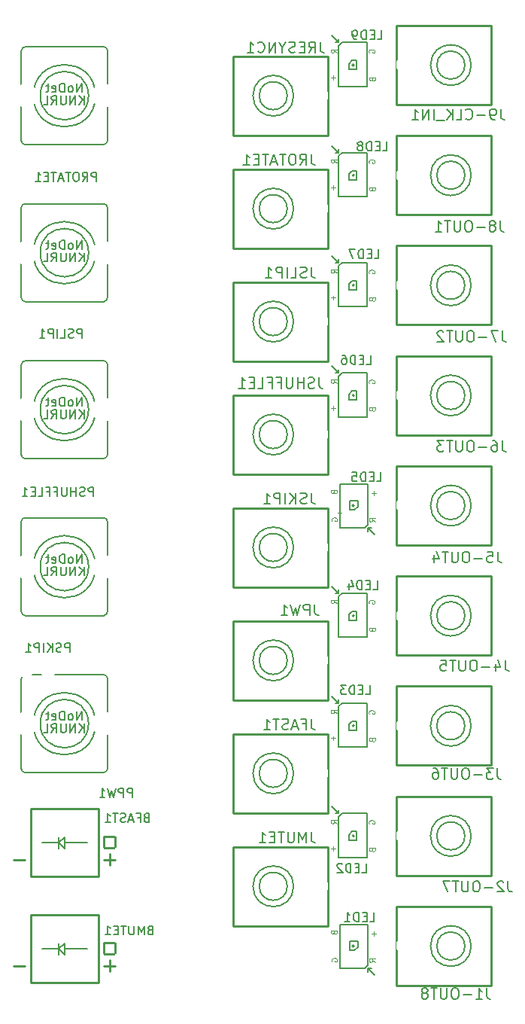
<source format=gbo>
G04 #@! TF.GenerationSoftware,KiCad,Pcbnew,(6.0.5-0)*
G04 #@! TF.CreationDate,2022-07-14T17:11:11-07:00*
G04 #@! TF.ProjectId,SCMplus,53434d70-6c75-4732-9e6b-696361645f70,rev?*
G04 #@! TF.SameCoordinates,PX85b6780PY82ed558*
G04 #@! TF.FileFunction,Legend,Bot*
G04 #@! TF.FilePolarity,Positive*
%FSLAX46Y46*%
G04 Gerber Fmt 4.6, Leading zero omitted, Abs format (unit mm)*
G04 Created by KiCad (PCBNEW (6.0.5-0)) date 2022-07-14 17:11:11*
%MOMM*%
%LPD*%
G01*
G04 APERTURE LIST*
G04 Aperture macros list*
%AMRoundRect*
0 Rectangle with rounded corners*
0 $1 Rounding radius*
0 $2 $3 $4 $5 $6 $7 $8 $9 X,Y pos of 4 corners*
0 Add a 4 corners polygon primitive as box body*
4,1,4,$2,$3,$4,$5,$6,$7,$8,$9,$2,$3,0*
0 Add four circle primitives for the rounded corners*
1,1,$1+$1,$2,$3*
1,1,$1+$1,$4,$5*
1,1,$1+$1,$6,$7*
1,1,$1+$1,$8,$9*
0 Add four rect primitives between the rounded corners*
20,1,$1+$1,$2,$3,$4,$5,0*
20,1,$1+$1,$4,$5,$6,$7,0*
20,1,$1+$1,$6,$7,$8,$9,0*
20,1,$1+$1,$8,$9,$2,$3,0*%
G04 Aperture macros list end*
%ADD10C,0.152400*%
%ADD11C,0.150000*%
%ADD12C,0.127000*%
%ADD13C,0.120000*%
%ADD14C,0.254000*%
%ADD15C,0.250000*%
%ADD16C,1.651000*%
%ADD17C,1.397000*%
%ADD18O,2.032000X1.727200*%
%ADD19C,1.930400*%
%ADD20C,1.778000*%
%ADD21RoundRect,0.127000X-0.635000X-0.635000X0.635000X-0.635000X0.635000X0.635000X-0.635000X0.635000X0*%
%ADD22C,1.803400*%
%ADD23C,2.667000*%
%ADD24R,1.100000X1.500000*%
G04 APERTURE END LIST*
D10*
X-64552679Y97100953D02*
X-64552679Y96239167D01*
X-64495226Y96066810D01*
X-64380321Y95951905D01*
X-64207964Y95894453D01*
X-64093060Y95894453D01*
X-65299560Y96583881D02*
X-65184655Y96641334D01*
X-65127202Y96698786D01*
X-65069750Y96813691D01*
X-65069750Y96871143D01*
X-65127202Y96986048D01*
X-65184655Y97043500D01*
X-65299560Y97100953D01*
X-65529369Y97100953D01*
X-65644274Y97043500D01*
X-65701726Y96986048D01*
X-65759179Y96871143D01*
X-65759179Y96813691D01*
X-65701726Y96698786D01*
X-65644274Y96641334D01*
X-65529369Y96583881D01*
X-65299560Y96583881D01*
X-65184655Y96526429D01*
X-65127202Y96468977D01*
X-65069750Y96354072D01*
X-65069750Y96124262D01*
X-65127202Y96009358D01*
X-65184655Y95951905D01*
X-65299560Y95894453D01*
X-65529369Y95894453D01*
X-65644274Y95951905D01*
X-65701726Y96009358D01*
X-65759179Y96124262D01*
X-65759179Y96354072D01*
X-65701726Y96468977D01*
X-65644274Y96526429D01*
X-65529369Y96583881D01*
X-66276250Y96354072D02*
X-67195488Y96354072D01*
X-67999821Y97100953D02*
X-68229631Y97100953D01*
X-68344536Y97043500D01*
X-68459440Y96928596D01*
X-68516893Y96698786D01*
X-68516893Y96296620D01*
X-68459440Y96066810D01*
X-68344536Y95951905D01*
X-68229631Y95894453D01*
X-67999821Y95894453D01*
X-67884917Y95951905D01*
X-67770012Y96066810D01*
X-67712560Y96296620D01*
X-67712560Y96698786D01*
X-67770012Y96928596D01*
X-67884917Y97043500D01*
X-67999821Y97100953D01*
X-69033964Y97100953D02*
X-69033964Y96124262D01*
X-69091417Y96009358D01*
X-69148869Y95951905D01*
X-69263774Y95894453D01*
X-69493583Y95894453D01*
X-69608488Y95951905D01*
X-69665940Y96009358D01*
X-69723393Y96124262D01*
X-69723393Y97100953D01*
X-70125560Y97100953D02*
X-70814988Y97100953D01*
X-70470274Y95894453D02*
X-70470274Y97100953D01*
X-71849131Y95894453D02*
X-71159702Y95894453D01*
X-71504417Y95894453D02*
X-71504417Y97100953D01*
X-71389512Y96928596D01*
X-71274607Y96813691D01*
X-71159702Y96756239D01*
D11*
X-104380977Y29998429D02*
X-104523834Y29950810D01*
X-104571453Y29903191D01*
X-104619072Y29807953D01*
X-104619072Y29665096D01*
X-104571453Y29569858D01*
X-104523834Y29522239D01*
X-104428596Y29474620D01*
X-104047643Y29474620D01*
X-104047643Y30474620D01*
X-104380977Y30474620D01*
X-104476215Y30427000D01*
X-104523834Y30379381D01*
X-104571453Y30284143D01*
X-104571453Y30188905D01*
X-104523834Y30093667D01*
X-104476215Y30046048D01*
X-104380977Y29998429D01*
X-104047643Y29998429D01*
X-105380977Y29998429D02*
X-105047643Y29998429D01*
X-105047643Y29474620D02*
X-105047643Y30474620D01*
X-105523834Y30474620D01*
X-105857167Y29760334D02*
X-106333358Y29760334D01*
X-105761929Y29474620D02*
X-106095262Y30474620D01*
X-106428596Y29474620D01*
X-106714310Y29522239D02*
X-106857167Y29474620D01*
X-107095262Y29474620D01*
X-107190500Y29522239D01*
X-107238120Y29569858D01*
X-107285739Y29665096D01*
X-107285739Y29760334D01*
X-107238120Y29855572D01*
X-107190500Y29903191D01*
X-107095262Y29950810D01*
X-106904786Y29998429D01*
X-106809548Y30046048D01*
X-106761929Y30093667D01*
X-106714310Y30188905D01*
X-106714310Y30284143D01*
X-106761929Y30379381D01*
X-106809548Y30427000D01*
X-106904786Y30474620D01*
X-107142881Y30474620D01*
X-107285739Y30427000D01*
X-107571453Y30474620D02*
X-108142881Y30474620D01*
X-107857167Y29474620D02*
X-107857167Y30474620D01*
X-109000024Y29474620D02*
X-108428596Y29474620D01*
X-108714310Y29474620D02*
X-108714310Y30474620D01*
X-108619072Y30331762D01*
X-108523834Y30236524D01*
X-108428596Y30188905D01*
D10*
X-84809037Y117230953D02*
X-84809037Y116369167D01*
X-84751584Y116196810D01*
X-84636680Y116081905D01*
X-84464322Y116024453D01*
X-84349418Y116024453D01*
X-86072989Y116024453D02*
X-85670822Y116598977D01*
X-85383560Y116024453D02*
X-85383560Y117230953D01*
X-85843180Y117230953D01*
X-85958084Y117173500D01*
X-86015537Y117116048D01*
X-86072989Y117001143D01*
X-86072989Y116828786D01*
X-86015537Y116713881D01*
X-85958084Y116656429D01*
X-85843180Y116598977D01*
X-85383560Y116598977D01*
X-86590060Y116656429D02*
X-86992227Y116656429D01*
X-87164584Y116024453D02*
X-86590060Y116024453D01*
X-86590060Y117230953D01*
X-87164584Y117230953D01*
X-87624203Y116081905D02*
X-87796560Y116024453D01*
X-88083822Y116024453D01*
X-88198727Y116081905D01*
X-88256180Y116139358D01*
X-88313632Y116254262D01*
X-88313632Y116369167D01*
X-88256180Y116484072D01*
X-88198727Y116541524D01*
X-88083822Y116598977D01*
X-87854013Y116656429D01*
X-87739108Y116713881D01*
X-87681656Y116771334D01*
X-87624203Y116886239D01*
X-87624203Y117001143D01*
X-87681656Y117116048D01*
X-87739108Y117173500D01*
X-87854013Y117230953D01*
X-88141275Y117230953D01*
X-88313632Y117173500D01*
X-89060513Y116598977D02*
X-89060513Y116024453D01*
X-88658346Y117230953D02*
X-89060513Y116598977D01*
X-89462680Y117230953D01*
X-89864846Y116024453D02*
X-89864846Y117230953D01*
X-90554275Y116024453D01*
X-90554275Y117230953D01*
X-91818227Y116139358D02*
X-91760775Y116081905D01*
X-91588418Y116024453D01*
X-91473513Y116024453D01*
X-91301156Y116081905D01*
X-91186251Y116196810D01*
X-91128799Y116311715D01*
X-91071346Y116541524D01*
X-91071346Y116713881D01*
X-91128799Y116943691D01*
X-91186251Y117058596D01*
X-91301156Y117173500D01*
X-91473513Y117230953D01*
X-91588418Y117230953D01*
X-91760775Y117173500D01*
X-91818227Y117116048D01*
X-92967275Y116024453D02*
X-92277846Y116024453D01*
X-92622560Y116024453D02*
X-92622560Y117230953D01*
X-92507656Y117058596D01*
X-92392751Y116943691D01*
X-92277846Y116886239D01*
X-85819037Y91907253D02*
X-85819037Y91045467D01*
X-85761584Y90873110D01*
X-85646680Y90758205D01*
X-85474322Y90700753D01*
X-85359418Y90700753D01*
X-86336108Y90758205D02*
X-86508465Y90700753D01*
X-86795727Y90700753D01*
X-86910632Y90758205D01*
X-86968084Y90815658D01*
X-87025537Y90930562D01*
X-87025537Y91045467D01*
X-86968084Y91160372D01*
X-86910632Y91217824D01*
X-86795727Y91275277D01*
X-86565918Y91332729D01*
X-86451013Y91390181D01*
X-86393560Y91447634D01*
X-86336108Y91562539D01*
X-86336108Y91677443D01*
X-86393560Y91792348D01*
X-86451013Y91849800D01*
X-86565918Y91907253D01*
X-86853180Y91907253D01*
X-87025537Y91849800D01*
X-88117132Y90700753D02*
X-87542608Y90700753D01*
X-87542608Y91907253D01*
X-88519299Y90700753D02*
X-88519299Y91907253D01*
X-89093822Y90700753D02*
X-89093822Y91907253D01*
X-89553441Y91907253D01*
X-89668346Y91849800D01*
X-89725799Y91792348D01*
X-89783251Y91677443D01*
X-89783251Y91505086D01*
X-89725799Y91390181D01*
X-89668346Y91332729D01*
X-89553441Y91275277D01*
X-89093822Y91275277D01*
X-90932299Y90700753D02*
X-90242870Y90700753D01*
X-90587584Y90700753D02*
X-90587584Y91907253D01*
X-90472680Y91734896D01*
X-90357775Y91619991D01*
X-90242870Y91562539D01*
D11*
X-110333596Y66154620D02*
X-110333596Y67154620D01*
X-110714548Y67154620D01*
X-110809786Y67107000D01*
X-110857405Y67059381D01*
X-110905024Y66964143D01*
X-110905024Y66821286D01*
X-110857405Y66726048D01*
X-110809786Y66678429D01*
X-110714548Y66630810D01*
X-110333596Y66630810D01*
X-111285977Y66202239D02*
X-111428834Y66154620D01*
X-111666929Y66154620D01*
X-111762167Y66202239D01*
X-111809786Y66249858D01*
X-111857405Y66345096D01*
X-111857405Y66440334D01*
X-111809786Y66535572D01*
X-111762167Y66583191D01*
X-111666929Y66630810D01*
X-111476453Y66678429D01*
X-111381215Y66726048D01*
X-111333596Y66773667D01*
X-111285977Y66868905D01*
X-111285977Y66964143D01*
X-111333596Y67059381D01*
X-111381215Y67107000D01*
X-111476453Y67154620D01*
X-111714548Y67154620D01*
X-111857405Y67107000D01*
X-112285977Y66154620D02*
X-112285977Y67154620D01*
X-112285977Y66678429D02*
X-112857405Y66678429D01*
X-112857405Y66154620D02*
X-112857405Y67154620D01*
X-113333596Y67154620D02*
X-113333596Y66345096D01*
X-113381215Y66249858D01*
X-113428834Y66202239D01*
X-113524072Y66154620D01*
X-113714548Y66154620D01*
X-113809786Y66202239D01*
X-113857405Y66249858D01*
X-113905024Y66345096D01*
X-113905024Y67154620D01*
X-114714548Y66678429D02*
X-114381215Y66678429D01*
X-114381215Y66154620D02*
X-114381215Y67154620D01*
X-114857405Y67154620D01*
X-115571691Y66678429D02*
X-115238358Y66678429D01*
X-115238358Y66154620D02*
X-115238358Y67154620D01*
X-115714548Y67154620D01*
X-116571691Y66154620D02*
X-116095500Y66154620D01*
X-116095500Y67154620D01*
X-116905024Y66678429D02*
X-117238358Y66678429D01*
X-117381215Y66154620D02*
X-116905024Y66154620D01*
X-116905024Y67154620D01*
X-117381215Y67154620D01*
X-118333596Y66154620D02*
X-117762167Y66154620D01*
X-118047881Y66154620D02*
X-118047881Y67154620D01*
X-117952643Y67011762D01*
X-117857405Y66916524D01*
X-117762167Y66868905D01*
X-111647820Y76268920D02*
X-111647820Y77268920D01*
X-112219248Y76268920D01*
X-112219248Y77268920D01*
X-112838296Y76268920D02*
X-112743058Y76316539D01*
X-112695439Y76364158D01*
X-112647820Y76459396D01*
X-112647820Y76745110D01*
X-112695439Y76840348D01*
X-112743058Y76887967D01*
X-112838296Y76935586D01*
X-112981153Y76935586D01*
X-113076391Y76887967D01*
X-113124010Y76840348D01*
X-113171629Y76745110D01*
X-113171629Y76459396D01*
X-113124010Y76364158D01*
X-113076391Y76316539D01*
X-112981153Y76268920D01*
X-112838296Y76268920D01*
X-113600200Y76268920D02*
X-113600200Y77268920D01*
X-113838296Y77268920D01*
X-113981153Y77221300D01*
X-114076391Y77126062D01*
X-114124010Y77030824D01*
X-114171629Y76840348D01*
X-114171629Y76697491D01*
X-114124010Y76507015D01*
X-114076391Y76411777D01*
X-113981153Y76316539D01*
X-113838296Y76268920D01*
X-113600200Y76268920D01*
X-114981153Y76316539D02*
X-114885915Y76268920D01*
X-114695439Y76268920D01*
X-114600200Y76316539D01*
X-114552581Y76411777D01*
X-114552581Y76792729D01*
X-114600200Y76887967D01*
X-114695439Y76935586D01*
X-114885915Y76935586D01*
X-114981153Y76887967D01*
X-115028772Y76792729D01*
X-115028772Y76697491D01*
X-114552581Y76602253D01*
X-115314486Y76935586D02*
X-115695439Y76935586D01*
X-115457343Y77268920D02*
X-115457343Y76411777D01*
X-115504962Y76316539D01*
X-115600200Y76268920D01*
X-115695439Y76268920D01*
X-111385915Y74868920D02*
X-111385915Y75868920D01*
X-111957343Y74868920D02*
X-111528772Y75440348D01*
X-111957343Y75868920D02*
X-111385915Y75297491D01*
X-112385915Y74868920D02*
X-112385915Y75868920D01*
X-112957343Y74868920D01*
X-112957343Y75868920D01*
X-113433534Y75868920D02*
X-113433534Y75059396D01*
X-113481153Y74964158D01*
X-113528772Y74916539D01*
X-113624010Y74868920D01*
X-113814486Y74868920D01*
X-113909724Y74916539D01*
X-113957343Y74964158D01*
X-114004962Y75059396D01*
X-114004962Y75868920D01*
X-115052581Y74868920D02*
X-114719248Y75345110D01*
X-114481153Y74868920D02*
X-114481153Y75868920D01*
X-114862105Y75868920D01*
X-114957343Y75821300D01*
X-115004962Y75773681D01*
X-115052581Y75678443D01*
X-115052581Y75535586D01*
X-115004962Y75440348D01*
X-114957343Y75392729D01*
X-114862105Y75345110D01*
X-114481153Y75345110D01*
X-115957343Y74868920D02*
X-115481153Y74868920D01*
X-115481153Y75868920D01*
D12*
X-80101245Y23845381D02*
X-79617435Y23845381D01*
X-79617435Y24861381D01*
X-80439911Y24377572D02*
X-80778578Y24377572D01*
X-80923721Y23845381D02*
X-80439911Y23845381D01*
X-80439911Y24861381D01*
X-80923721Y24861381D01*
X-81359150Y23845381D02*
X-81359150Y24861381D01*
X-81601054Y24861381D01*
X-81746197Y24813000D01*
X-81842959Y24716239D01*
X-81891340Y24619477D01*
X-81939721Y24425953D01*
X-81939721Y24280810D01*
X-81891340Y24087286D01*
X-81842959Y23990524D01*
X-81746197Y23893762D01*
X-81601054Y23845381D01*
X-81359150Y23845381D01*
X-82326769Y24764620D02*
X-82375150Y24813000D01*
X-82471911Y24861381D01*
X-82713816Y24861381D01*
X-82810578Y24813000D01*
X-82858959Y24764620D01*
X-82907340Y24667858D01*
X-82907340Y24571096D01*
X-82858959Y24425953D01*
X-82278388Y23845381D01*
X-82907340Y23845381D01*
D13*
X-79305580Y29321262D02*
X-79336533Y29383167D01*
X-79336533Y29476024D01*
X-79305580Y29568881D01*
X-79243676Y29630786D01*
X-79181771Y29661739D01*
X-79057961Y29692691D01*
X-78965104Y29692691D01*
X-78841295Y29661739D01*
X-78779390Y29630786D01*
X-78717485Y29568881D01*
X-78686533Y29476024D01*
X-78686533Y29414120D01*
X-78717485Y29321262D01*
X-78748438Y29290310D01*
X-78965104Y29290310D01*
X-78965104Y29414120D01*
X-78977009Y26345072D02*
X-78946057Y26252215D01*
X-78915104Y26221262D01*
X-78853200Y26190310D01*
X-78760342Y26190310D01*
X-78698438Y26221262D01*
X-78667485Y26252215D01*
X-78636533Y26314120D01*
X-78636533Y26561739D01*
X-79286533Y26561739D01*
X-79286533Y26345072D01*
X-79255580Y26283167D01*
X-79224628Y26252215D01*
X-79162723Y26221262D01*
X-79100819Y26221262D01*
X-79038914Y26252215D01*
X-79007961Y26283167D01*
X-78977009Y26345072D01*
X-78977009Y26561739D01*
X-82936533Y29340310D02*
X-83246057Y29556977D01*
X-82936533Y29711739D02*
X-83586533Y29711739D01*
X-83586533Y29464120D01*
X-83555580Y29402215D01*
X-83524628Y29371262D01*
X-83462723Y29340310D01*
X-83369866Y29340310D01*
X-83307961Y29371262D01*
X-83277009Y29402215D01*
X-83246057Y29464120D01*
X-83246057Y29711739D01*
X-83309152Y26789120D02*
X-83309152Y26293881D01*
X-83061533Y26541500D02*
X-83556771Y26541500D01*
D10*
X-64332679Y84740953D02*
X-64332679Y83879167D01*
X-64275226Y83706810D01*
X-64160321Y83591905D01*
X-63987964Y83534453D01*
X-63873060Y83534453D01*
X-64792298Y84740953D02*
X-65596631Y84740953D01*
X-65079560Y83534453D01*
X-66056250Y83994072D02*
X-66975488Y83994072D01*
X-67779821Y84740953D02*
X-68009631Y84740953D01*
X-68124536Y84683500D01*
X-68239440Y84568596D01*
X-68296893Y84338786D01*
X-68296893Y83936620D01*
X-68239440Y83706810D01*
X-68124536Y83591905D01*
X-68009631Y83534453D01*
X-67779821Y83534453D01*
X-67664917Y83591905D01*
X-67550012Y83706810D01*
X-67492560Y83936620D01*
X-67492560Y84338786D01*
X-67550012Y84568596D01*
X-67664917Y84683500D01*
X-67779821Y84740953D01*
X-68813964Y84740953D02*
X-68813964Y83764262D01*
X-68871417Y83649358D01*
X-68928869Y83591905D01*
X-69043774Y83534453D01*
X-69273583Y83534453D01*
X-69388488Y83591905D01*
X-69445940Y83649358D01*
X-69503393Y83764262D01*
X-69503393Y84740953D01*
X-69905560Y84740953D02*
X-70594988Y84740953D01*
X-70250274Y83534453D02*
X-70250274Y84740953D01*
X-70939702Y84626048D02*
X-70997155Y84683500D01*
X-71112060Y84740953D01*
X-71399321Y84740953D01*
X-71514226Y84683500D01*
X-71571679Y84626048D01*
X-71629131Y84511143D01*
X-71629131Y84396239D01*
X-71571679Y84223881D01*
X-70882250Y83534453D01*
X-71629131Y83534453D01*
X-64332679Y72370953D02*
X-64332679Y71509167D01*
X-64275226Y71336810D01*
X-64160321Y71221905D01*
X-63987964Y71164453D01*
X-63873060Y71164453D01*
X-65424274Y72370953D02*
X-65194464Y72370953D01*
X-65079560Y72313500D01*
X-65022107Y72256048D01*
X-64907202Y72083691D01*
X-64849750Y71853881D01*
X-64849750Y71394262D01*
X-64907202Y71279358D01*
X-64964655Y71221905D01*
X-65079560Y71164453D01*
X-65309369Y71164453D01*
X-65424274Y71221905D01*
X-65481726Y71279358D01*
X-65539179Y71394262D01*
X-65539179Y71681524D01*
X-65481726Y71796429D01*
X-65424274Y71853881D01*
X-65309369Y71911334D01*
X-65079560Y71911334D01*
X-64964655Y71853881D01*
X-64907202Y71796429D01*
X-64849750Y71681524D01*
X-66056250Y71624072D02*
X-66975488Y71624072D01*
X-67779821Y72370953D02*
X-68009631Y72370953D01*
X-68124536Y72313500D01*
X-68239440Y72198596D01*
X-68296893Y71968786D01*
X-68296893Y71566620D01*
X-68239440Y71336810D01*
X-68124536Y71221905D01*
X-68009631Y71164453D01*
X-67779821Y71164453D01*
X-67664917Y71221905D01*
X-67550012Y71336810D01*
X-67492560Y71566620D01*
X-67492560Y71968786D01*
X-67550012Y72198596D01*
X-67664917Y72313500D01*
X-67779821Y72370953D01*
X-68813964Y72370953D02*
X-68813964Y71394262D01*
X-68871417Y71279358D01*
X-68928869Y71221905D01*
X-69043774Y71164453D01*
X-69273583Y71164453D01*
X-69388488Y71221905D01*
X-69445940Y71279358D01*
X-69503393Y71394262D01*
X-69503393Y72370953D01*
X-69905560Y72370953D02*
X-70594988Y72370953D01*
X-70250274Y71164453D02*
X-70250274Y72370953D01*
X-70882250Y72370953D02*
X-71629131Y72370953D01*
X-71226964Y71911334D01*
X-71399321Y71911334D01*
X-71514226Y71853881D01*
X-71571679Y71796429D01*
X-71629131Y71681524D01*
X-71629131Y71394262D01*
X-71571679Y71279358D01*
X-71514226Y71221905D01*
X-71399321Y71164453D01*
X-71054607Y71164453D01*
X-70939702Y71221905D01*
X-70882250Y71279358D01*
D11*
X-111633596Y83954620D02*
X-111633596Y84954620D01*
X-112014548Y84954620D01*
X-112109786Y84907000D01*
X-112157405Y84859381D01*
X-112205024Y84764143D01*
X-112205024Y84621286D01*
X-112157405Y84526048D01*
X-112109786Y84478429D01*
X-112014548Y84430810D01*
X-111633596Y84430810D01*
X-112585977Y84002239D02*
X-112728834Y83954620D01*
X-112966929Y83954620D01*
X-113062167Y84002239D01*
X-113109786Y84049858D01*
X-113157405Y84145096D01*
X-113157405Y84240334D01*
X-113109786Y84335572D01*
X-113062167Y84383191D01*
X-112966929Y84430810D01*
X-112776453Y84478429D01*
X-112681215Y84526048D01*
X-112633596Y84573667D01*
X-112585977Y84668905D01*
X-112585977Y84764143D01*
X-112633596Y84859381D01*
X-112681215Y84907000D01*
X-112776453Y84954620D01*
X-113014548Y84954620D01*
X-113157405Y84907000D01*
X-114062167Y83954620D02*
X-113585977Y83954620D01*
X-113585977Y84954620D01*
X-114395500Y83954620D02*
X-114395500Y84954620D01*
X-114871691Y83954620D02*
X-114871691Y84954620D01*
X-115252643Y84954620D01*
X-115347881Y84907000D01*
X-115395500Y84859381D01*
X-115443120Y84764143D01*
X-115443120Y84621286D01*
X-115395500Y84526048D01*
X-115347881Y84478429D01*
X-115252643Y84430810D01*
X-114871691Y84430810D01*
X-116395500Y83954620D02*
X-115824072Y83954620D01*
X-116109786Y83954620D02*
X-116109786Y84954620D01*
X-116014548Y84811762D01*
X-115919310Y84716524D01*
X-115824072Y84668905D01*
X-111385915Y92521920D02*
X-111385915Y93521920D01*
X-111957343Y92521920D02*
X-111528772Y93093348D01*
X-111957343Y93521920D02*
X-111385915Y92950491D01*
X-112385915Y92521920D02*
X-112385915Y93521920D01*
X-112957343Y92521920D01*
X-112957343Y93521920D01*
X-113433534Y93521920D02*
X-113433534Y92712396D01*
X-113481153Y92617158D01*
X-113528772Y92569539D01*
X-113624010Y92521920D01*
X-113814486Y92521920D01*
X-113909724Y92569539D01*
X-113957343Y92617158D01*
X-114004962Y92712396D01*
X-114004962Y93521920D01*
X-115052581Y92521920D02*
X-114719248Y92998110D01*
X-114481153Y92521920D02*
X-114481153Y93521920D01*
X-114862105Y93521920D01*
X-114957343Y93474300D01*
X-115004962Y93426681D01*
X-115052581Y93331443D01*
X-115052581Y93188586D01*
X-115004962Y93093348D01*
X-114957343Y93045729D01*
X-114862105Y92998110D01*
X-114481153Y92998110D01*
X-115957343Y92521920D02*
X-115481153Y92521920D01*
X-115481153Y93521920D01*
X-111647820Y93921920D02*
X-111647820Y94921920D01*
X-112219248Y93921920D01*
X-112219248Y94921920D01*
X-112838296Y93921920D02*
X-112743058Y93969539D01*
X-112695439Y94017158D01*
X-112647820Y94112396D01*
X-112647820Y94398110D01*
X-112695439Y94493348D01*
X-112743058Y94540967D01*
X-112838296Y94588586D01*
X-112981153Y94588586D01*
X-113076391Y94540967D01*
X-113124010Y94493348D01*
X-113171629Y94398110D01*
X-113171629Y94112396D01*
X-113124010Y94017158D01*
X-113076391Y93969539D01*
X-112981153Y93921920D01*
X-112838296Y93921920D01*
X-113600200Y93921920D02*
X-113600200Y94921920D01*
X-113838296Y94921920D01*
X-113981153Y94874300D01*
X-114076391Y94779062D01*
X-114124010Y94683824D01*
X-114171629Y94493348D01*
X-114171629Y94350491D01*
X-114124010Y94160015D01*
X-114076391Y94064777D01*
X-113981153Y93969539D01*
X-113838296Y93921920D01*
X-113600200Y93921920D01*
X-114981153Y93969539D02*
X-114885915Y93921920D01*
X-114695439Y93921920D01*
X-114600200Y93969539D01*
X-114552581Y94064777D01*
X-114552581Y94445729D01*
X-114600200Y94540967D01*
X-114695439Y94588586D01*
X-114885915Y94588586D01*
X-114981153Y94540967D01*
X-115028772Y94445729D01*
X-115028772Y94350491D01*
X-114552581Y94255253D01*
X-115314486Y94588586D02*
X-115695439Y94588586D01*
X-115457343Y94921920D02*
X-115457343Y94064777D01*
X-115504962Y93969539D01*
X-115600200Y93921920D01*
X-115695439Y93921920D01*
X-105943596Y32314620D02*
X-105943596Y33314620D01*
X-106324548Y33314620D01*
X-106419786Y33267000D01*
X-106467405Y33219381D01*
X-106515024Y33124143D01*
X-106515024Y32981286D01*
X-106467405Y32886048D01*
X-106419786Y32838429D01*
X-106324548Y32790810D01*
X-105943596Y32790810D01*
X-106943596Y32314620D02*
X-106943596Y33314620D01*
X-107324548Y33314620D01*
X-107419786Y33267000D01*
X-107467405Y33219381D01*
X-107515024Y33124143D01*
X-107515024Y32981286D01*
X-107467405Y32886048D01*
X-107419786Y32838429D01*
X-107324548Y32790810D01*
X-106943596Y32790810D01*
X-107848358Y33314620D02*
X-108086453Y32314620D01*
X-108276929Y33028905D01*
X-108467405Y32314620D01*
X-108705500Y33314620D01*
X-109610262Y32314620D02*
X-109038834Y32314620D01*
X-109324548Y32314620D02*
X-109324548Y33314620D01*
X-109229310Y33171762D01*
X-109134072Y33076524D01*
X-109038834Y33028905D01*
X-111647820Y40962920D02*
X-111647820Y41962920D01*
X-112219248Y40962920D01*
X-112219248Y41962920D01*
X-112838296Y40962920D02*
X-112743058Y41010539D01*
X-112695439Y41058158D01*
X-112647820Y41153396D01*
X-112647820Y41439110D01*
X-112695439Y41534348D01*
X-112743058Y41581967D01*
X-112838296Y41629586D01*
X-112981153Y41629586D01*
X-113076391Y41581967D01*
X-113124010Y41534348D01*
X-113171629Y41439110D01*
X-113171629Y41153396D01*
X-113124010Y41058158D01*
X-113076391Y41010539D01*
X-112981153Y40962920D01*
X-112838296Y40962920D01*
X-113600200Y40962920D02*
X-113600200Y41962920D01*
X-113838296Y41962920D01*
X-113981153Y41915300D01*
X-114076391Y41820062D01*
X-114124010Y41724824D01*
X-114171629Y41534348D01*
X-114171629Y41391491D01*
X-114124010Y41201015D01*
X-114076391Y41105777D01*
X-113981153Y41010539D01*
X-113838296Y40962920D01*
X-113600200Y40962920D01*
X-114981153Y41010539D02*
X-114885915Y40962920D01*
X-114695439Y40962920D01*
X-114600200Y41010539D01*
X-114552581Y41105777D01*
X-114552581Y41486729D01*
X-114600200Y41581967D01*
X-114695439Y41629586D01*
X-114885915Y41629586D01*
X-114981153Y41581967D01*
X-115028772Y41486729D01*
X-115028772Y41391491D01*
X-114552581Y41296253D01*
X-115314486Y41629586D02*
X-115695439Y41629586D01*
X-115457343Y41962920D02*
X-115457343Y41105777D01*
X-115504962Y41010539D01*
X-115600200Y40962920D01*
X-115695439Y40962920D01*
X-111385915Y39562920D02*
X-111385915Y40562920D01*
X-111957343Y39562920D02*
X-111528772Y40134348D01*
X-111957343Y40562920D02*
X-111385915Y39991491D01*
X-112385915Y39562920D02*
X-112385915Y40562920D01*
X-112957343Y39562920D01*
X-112957343Y40562920D01*
X-113433534Y40562920D02*
X-113433534Y39753396D01*
X-113481153Y39658158D01*
X-113528772Y39610539D01*
X-113624010Y39562920D01*
X-113814486Y39562920D01*
X-113909724Y39610539D01*
X-113957343Y39658158D01*
X-114004962Y39753396D01*
X-114004962Y40562920D01*
X-115052581Y39562920D02*
X-114719248Y40039110D01*
X-114481153Y39562920D02*
X-114481153Y40562920D01*
X-114862105Y40562920D01*
X-114957343Y40515300D01*
X-115004962Y40467681D01*
X-115052581Y40372443D01*
X-115052581Y40229586D01*
X-115004962Y40134348D01*
X-114957343Y40086729D01*
X-114862105Y40039110D01*
X-114481153Y40039110D01*
X-115957343Y39562920D02*
X-115481153Y39562920D01*
X-115481153Y40562920D01*
D10*
X-66079679Y10813953D02*
X-66079679Y9952167D01*
X-66022226Y9779810D01*
X-65907321Y9664905D01*
X-65734964Y9607453D01*
X-65620060Y9607453D01*
X-67286179Y9607453D02*
X-66596750Y9607453D01*
X-66941464Y9607453D02*
X-66941464Y10813953D01*
X-66826560Y10641596D01*
X-66711655Y10526691D01*
X-66596750Y10469239D01*
X-67803250Y10067072D02*
X-68722488Y10067072D01*
X-69526821Y10813953D02*
X-69756631Y10813953D01*
X-69871536Y10756500D01*
X-69986440Y10641596D01*
X-70043893Y10411786D01*
X-70043893Y10009620D01*
X-69986440Y9779810D01*
X-69871536Y9664905D01*
X-69756631Y9607453D01*
X-69526821Y9607453D01*
X-69411917Y9664905D01*
X-69297012Y9779810D01*
X-69239560Y10009620D01*
X-69239560Y10411786D01*
X-69297012Y10641596D01*
X-69411917Y10756500D01*
X-69526821Y10813953D01*
X-70560964Y10813953D02*
X-70560964Y9837262D01*
X-70618417Y9722358D01*
X-70675869Y9664905D01*
X-70790774Y9607453D01*
X-71020583Y9607453D01*
X-71135488Y9664905D01*
X-71192940Y9722358D01*
X-71250393Y9837262D01*
X-71250393Y10813953D01*
X-71652560Y10813953D02*
X-72341988Y10813953D01*
X-71997274Y9607453D02*
X-71997274Y10813953D01*
X-72916512Y10296881D02*
X-72801607Y10354334D01*
X-72744155Y10411786D01*
X-72686702Y10526691D01*
X-72686702Y10584143D01*
X-72744155Y10699048D01*
X-72801607Y10756500D01*
X-72916512Y10813953D01*
X-73146321Y10813953D01*
X-73261226Y10756500D01*
X-73318679Y10699048D01*
X-73376131Y10584143D01*
X-73376131Y10526691D01*
X-73318679Y10411786D01*
X-73261226Y10354334D01*
X-73146321Y10296881D01*
X-72916512Y10296881D01*
X-72801607Y10239429D01*
X-72744155Y10181977D01*
X-72686702Y10067072D01*
X-72686702Y9837262D01*
X-72744155Y9722358D01*
X-72801607Y9664905D01*
X-72916512Y9607453D01*
X-73146321Y9607453D01*
X-73261226Y9664905D01*
X-73318679Y9722358D01*
X-73376131Y9837262D01*
X-73376131Y10067072D01*
X-73318679Y10181977D01*
X-73261226Y10239429D01*
X-73146321Y10296881D01*
X-85429037Y53970953D02*
X-85429037Y53109167D01*
X-85371584Y52936810D01*
X-85256680Y52821905D01*
X-85084322Y52764453D01*
X-84969418Y52764453D01*
X-86003560Y52764453D02*
X-86003560Y53970953D01*
X-86463180Y53970953D01*
X-86578084Y53913500D01*
X-86635537Y53856048D01*
X-86692989Y53741143D01*
X-86692989Y53568786D01*
X-86635537Y53453881D01*
X-86578084Y53396429D01*
X-86463180Y53338977D01*
X-86003560Y53338977D01*
X-87095156Y53970953D02*
X-87382418Y52764453D01*
X-87612227Y53626239D01*
X-87842037Y52764453D01*
X-88129299Y53970953D01*
X-89220894Y52764453D02*
X-88531465Y52764453D01*
X-88876180Y52764453D02*
X-88876180Y53970953D01*
X-88761275Y53798596D01*
X-88646370Y53683691D01*
X-88531465Y53626239D01*
X-85819037Y28407253D02*
X-85819037Y27545467D01*
X-85761584Y27373110D01*
X-85646680Y27258205D01*
X-85474322Y27200753D01*
X-85359418Y27200753D01*
X-86393560Y27200753D02*
X-86393560Y28407253D01*
X-86795727Y27545467D01*
X-87197894Y28407253D01*
X-87197894Y27200753D01*
X-87772418Y28407253D02*
X-87772418Y27430562D01*
X-87829870Y27315658D01*
X-87887322Y27258205D01*
X-88002227Y27200753D01*
X-88232037Y27200753D01*
X-88346941Y27258205D01*
X-88404394Y27315658D01*
X-88461846Y27430562D01*
X-88461846Y28407253D01*
X-88864013Y28407253D02*
X-89553441Y28407253D01*
X-89208727Y27200753D02*
X-89208727Y28407253D01*
X-89955608Y27832729D02*
X-90357775Y27832729D01*
X-90530132Y27200753D02*
X-89955608Y27200753D01*
X-89955608Y28407253D01*
X-90530132Y28407253D01*
X-91679180Y27200753D02*
X-90989751Y27200753D01*
X-91334465Y27200753D02*
X-91334465Y28407253D01*
X-91219560Y28234896D01*
X-91104656Y28119991D01*
X-90989751Y28062539D01*
D11*
X-103952405Y17348429D02*
X-104095262Y17300810D01*
X-104142881Y17253191D01*
X-104190500Y17157953D01*
X-104190500Y17015096D01*
X-104142881Y16919858D01*
X-104095262Y16872239D01*
X-104000024Y16824620D01*
X-103619072Y16824620D01*
X-103619072Y17824620D01*
X-103952405Y17824620D01*
X-104047643Y17777000D01*
X-104095262Y17729381D01*
X-104142881Y17634143D01*
X-104142881Y17538905D01*
X-104095262Y17443667D01*
X-104047643Y17396048D01*
X-103952405Y17348429D01*
X-103619072Y17348429D01*
X-104619072Y16824620D02*
X-104619072Y17824620D01*
X-104952405Y17110334D01*
X-105285739Y17824620D01*
X-105285739Y16824620D01*
X-105761929Y17824620D02*
X-105761929Y17015096D01*
X-105809548Y16919858D01*
X-105857167Y16872239D01*
X-105952405Y16824620D01*
X-106142881Y16824620D01*
X-106238120Y16872239D01*
X-106285739Y16919858D01*
X-106333358Y17015096D01*
X-106333358Y17824620D01*
X-106666691Y17824620D02*
X-107238120Y17824620D01*
X-106952405Y16824620D02*
X-106952405Y17824620D01*
X-107571453Y17348429D02*
X-107904786Y17348429D01*
X-108047643Y16824620D02*
X-107571453Y16824620D01*
X-107571453Y17824620D01*
X-108047643Y17824620D01*
X-109000024Y16824620D02*
X-108428596Y16824620D01*
X-108714310Y16824620D02*
X-108714310Y17824620D01*
X-108619072Y17681762D01*
X-108523834Y17586524D01*
X-108428596Y17538905D01*
D10*
X-64492417Y109690953D02*
X-64492417Y108829167D01*
X-64434964Y108656810D01*
X-64320060Y108541905D01*
X-64147702Y108484453D01*
X-64032798Y108484453D01*
X-65124393Y108484453D02*
X-65354202Y108484453D01*
X-65469107Y108541905D01*
X-65526560Y108599358D01*
X-65641464Y108771715D01*
X-65698917Y109001524D01*
X-65698917Y109461143D01*
X-65641464Y109576048D01*
X-65584012Y109633500D01*
X-65469107Y109690953D01*
X-65239298Y109690953D01*
X-65124393Y109633500D01*
X-65066940Y109576048D01*
X-65009488Y109461143D01*
X-65009488Y109173881D01*
X-65066940Y109058977D01*
X-65124393Y109001524D01*
X-65239298Y108944072D01*
X-65469107Y108944072D01*
X-65584012Y109001524D01*
X-65641464Y109058977D01*
X-65698917Y109173881D01*
X-66215988Y108944072D02*
X-67135226Y108944072D01*
X-68399179Y108599358D02*
X-68341726Y108541905D01*
X-68169369Y108484453D01*
X-68054464Y108484453D01*
X-67882107Y108541905D01*
X-67767202Y108656810D01*
X-67709750Y108771715D01*
X-67652298Y109001524D01*
X-67652298Y109173881D01*
X-67709750Y109403691D01*
X-67767202Y109518596D01*
X-67882107Y109633500D01*
X-68054464Y109690953D01*
X-68169369Y109690953D01*
X-68341726Y109633500D01*
X-68399179Y109576048D01*
X-69490774Y108484453D02*
X-68916250Y108484453D01*
X-68916250Y109690953D01*
X-69892940Y108484453D02*
X-69892940Y109690953D01*
X-70582369Y108484453D02*
X-70065298Y109173881D01*
X-70582369Y109690953D02*
X-69892940Y109001524D01*
X-70812179Y108369548D02*
X-71731417Y108369548D01*
X-72018679Y108484453D02*
X-72018679Y109690953D01*
X-72593202Y108484453D02*
X-72593202Y109690953D01*
X-73282631Y108484453D01*
X-73282631Y109690953D01*
X-74489131Y108484453D02*
X-73799702Y108484453D01*
X-74144417Y108484453D02*
X-74144417Y109690953D01*
X-74029512Y109518596D01*
X-73914607Y109403691D01*
X-73799702Y109346239D01*
X-85819037Y66507253D02*
X-85819037Y65645467D01*
X-85761584Y65473110D01*
X-85646680Y65358205D01*
X-85474322Y65300753D01*
X-85359418Y65300753D01*
X-86336108Y65358205D02*
X-86508465Y65300753D01*
X-86795727Y65300753D01*
X-86910632Y65358205D01*
X-86968084Y65415658D01*
X-87025537Y65530562D01*
X-87025537Y65645467D01*
X-86968084Y65760372D01*
X-86910632Y65817824D01*
X-86795727Y65875277D01*
X-86565918Y65932729D01*
X-86451013Y65990181D01*
X-86393560Y66047634D01*
X-86336108Y66162539D01*
X-86336108Y66277443D01*
X-86393560Y66392348D01*
X-86451013Y66449800D01*
X-86565918Y66507253D01*
X-86853180Y66507253D01*
X-87025537Y66449800D01*
X-87542608Y65300753D02*
X-87542608Y66507253D01*
X-88232037Y65300753D02*
X-87714965Y65990181D01*
X-88232037Y66507253D02*
X-87542608Y65817824D01*
X-88749108Y65300753D02*
X-88749108Y66507253D01*
X-89323632Y65300753D02*
X-89323632Y66507253D01*
X-89783251Y66507253D01*
X-89898156Y66449800D01*
X-89955608Y66392348D01*
X-90013060Y66277443D01*
X-90013060Y66105086D01*
X-89955608Y65990181D01*
X-89898156Y65932729D01*
X-89783251Y65875277D01*
X-89323632Y65875277D01*
X-91162108Y65300753D02*
X-90472680Y65300753D01*
X-90817394Y65300753D02*
X-90817394Y66507253D01*
X-90702489Y66334896D01*
X-90587584Y66219991D01*
X-90472680Y66162539D01*
X-63662679Y22860953D02*
X-63662679Y21999167D01*
X-63605226Y21826810D01*
X-63490321Y21711905D01*
X-63317964Y21654453D01*
X-63203060Y21654453D01*
X-64179750Y22746048D02*
X-64237202Y22803500D01*
X-64352107Y22860953D01*
X-64639369Y22860953D01*
X-64754274Y22803500D01*
X-64811726Y22746048D01*
X-64869179Y22631143D01*
X-64869179Y22516239D01*
X-64811726Y22343881D01*
X-64122298Y21654453D01*
X-64869179Y21654453D01*
X-65386250Y22114072D02*
X-66305488Y22114072D01*
X-67109821Y22860953D02*
X-67339631Y22860953D01*
X-67454536Y22803500D01*
X-67569440Y22688596D01*
X-67626893Y22458786D01*
X-67626893Y22056620D01*
X-67569440Y21826810D01*
X-67454536Y21711905D01*
X-67339631Y21654453D01*
X-67109821Y21654453D01*
X-66994917Y21711905D01*
X-66880012Y21826810D01*
X-66822560Y22056620D01*
X-66822560Y22458786D01*
X-66880012Y22688596D01*
X-66994917Y22803500D01*
X-67109821Y22860953D01*
X-68143964Y22860953D02*
X-68143964Y21884262D01*
X-68201417Y21769358D01*
X-68258869Y21711905D01*
X-68373774Y21654453D01*
X-68603583Y21654453D01*
X-68718488Y21711905D01*
X-68775940Y21769358D01*
X-68833393Y21884262D01*
X-68833393Y22860953D01*
X-69235560Y22860953D02*
X-69924988Y22860953D01*
X-69580274Y21654453D02*
X-69580274Y22860953D01*
X-70212250Y22860953D02*
X-71016583Y22860953D01*
X-70499512Y21654453D01*
X-63992679Y47700953D02*
X-63992679Y46839167D01*
X-63935226Y46666810D01*
X-63820321Y46551905D01*
X-63647964Y46494453D01*
X-63533060Y46494453D01*
X-65084274Y47298786D02*
X-65084274Y46494453D01*
X-64797012Y47758405D02*
X-64509750Y46896620D01*
X-65256631Y46896620D01*
X-65716250Y46954072D02*
X-66635488Y46954072D01*
X-67439821Y47700953D02*
X-67669631Y47700953D01*
X-67784536Y47643500D01*
X-67899440Y47528596D01*
X-67956893Y47298786D01*
X-67956893Y46896620D01*
X-67899440Y46666810D01*
X-67784536Y46551905D01*
X-67669631Y46494453D01*
X-67439821Y46494453D01*
X-67324917Y46551905D01*
X-67210012Y46666810D01*
X-67152560Y46896620D01*
X-67152560Y47298786D01*
X-67210012Y47528596D01*
X-67324917Y47643500D01*
X-67439821Y47700953D01*
X-68473964Y47700953D02*
X-68473964Y46724262D01*
X-68531417Y46609358D01*
X-68588869Y46551905D01*
X-68703774Y46494453D01*
X-68933583Y46494453D01*
X-69048488Y46551905D01*
X-69105940Y46609358D01*
X-69163393Y46724262D01*
X-69163393Y47700953D01*
X-69565560Y47700953D02*
X-70254988Y47700953D01*
X-69910274Y46494453D02*
X-69910274Y47700953D01*
X-71231679Y47700953D02*
X-70657155Y47700953D01*
X-70599702Y47126429D01*
X-70657155Y47183881D01*
X-70772060Y47241334D01*
X-71059321Y47241334D01*
X-71174226Y47183881D01*
X-71231679Y47126429D01*
X-71289131Y47011524D01*
X-71289131Y46724262D01*
X-71231679Y46609358D01*
X-71174226Y46551905D01*
X-71059321Y46494453D01*
X-70772060Y46494453D01*
X-70657155Y46551905D01*
X-70599702Y46609358D01*
X-84949037Y79490953D02*
X-84949037Y78629167D01*
X-84891584Y78456810D01*
X-84776680Y78341905D01*
X-84604322Y78284453D01*
X-84489418Y78284453D01*
X-85466108Y78341905D02*
X-85638465Y78284453D01*
X-85925727Y78284453D01*
X-86040632Y78341905D01*
X-86098084Y78399358D01*
X-86155537Y78514262D01*
X-86155537Y78629167D01*
X-86098084Y78744072D01*
X-86040632Y78801524D01*
X-85925727Y78858977D01*
X-85695918Y78916429D01*
X-85581013Y78973881D01*
X-85523560Y79031334D01*
X-85466108Y79146239D01*
X-85466108Y79261143D01*
X-85523560Y79376048D01*
X-85581013Y79433500D01*
X-85695918Y79490953D01*
X-85983180Y79490953D01*
X-86155537Y79433500D01*
X-86672608Y78284453D02*
X-86672608Y79490953D01*
X-86672608Y78916429D02*
X-87362037Y78916429D01*
X-87362037Y78284453D02*
X-87362037Y79490953D01*
X-87936560Y79490953D02*
X-87936560Y78514262D01*
X-87994013Y78399358D01*
X-88051465Y78341905D01*
X-88166370Y78284453D01*
X-88396180Y78284453D01*
X-88511084Y78341905D01*
X-88568537Y78399358D01*
X-88625989Y78514262D01*
X-88625989Y79490953D01*
X-89602680Y78916429D02*
X-89200513Y78916429D01*
X-89200513Y78284453D02*
X-89200513Y79490953D01*
X-89775037Y79490953D01*
X-90636822Y78916429D02*
X-90234656Y78916429D01*
X-90234656Y78284453D02*
X-90234656Y79490953D01*
X-90809180Y79490953D01*
X-91843322Y78284453D02*
X-91268799Y78284453D01*
X-91268799Y79490953D01*
X-92245489Y78916429D02*
X-92647656Y78916429D01*
X-92820013Y78284453D02*
X-92245489Y78284453D01*
X-92245489Y79490953D01*
X-92820013Y79490953D01*
X-93969060Y78284453D02*
X-93279632Y78284453D01*
X-93624346Y78284453D02*
X-93624346Y79490953D01*
X-93509441Y79318596D01*
X-93394537Y79203691D01*
X-93279632Y79146239D01*
X-85819037Y41107253D02*
X-85819037Y40245467D01*
X-85761584Y40073110D01*
X-85646680Y39958205D01*
X-85474322Y39900753D01*
X-85359418Y39900753D01*
X-86795727Y40532729D02*
X-86393560Y40532729D01*
X-86393560Y39900753D02*
X-86393560Y41107253D01*
X-86968084Y41107253D01*
X-87370251Y40245467D02*
X-87944775Y40245467D01*
X-87255346Y39900753D02*
X-87657513Y41107253D01*
X-88059680Y39900753D01*
X-88404394Y39958205D02*
X-88576751Y39900753D01*
X-88864013Y39900753D01*
X-88978918Y39958205D01*
X-89036370Y40015658D01*
X-89093822Y40130562D01*
X-89093822Y40245467D01*
X-89036370Y40360372D01*
X-88978918Y40417824D01*
X-88864013Y40475277D01*
X-88634203Y40532729D01*
X-88519299Y40590181D01*
X-88461846Y40647634D01*
X-88404394Y40762539D01*
X-88404394Y40877443D01*
X-88461846Y40992348D01*
X-88519299Y41049800D01*
X-88634203Y41107253D01*
X-88921465Y41107253D01*
X-89093822Y41049800D01*
X-89438537Y41107253D02*
X-90127965Y41107253D01*
X-89783251Y39900753D02*
X-89783251Y41107253D01*
X-91162108Y39900753D02*
X-90472680Y39900753D01*
X-90817394Y39900753D02*
X-90817394Y41107253D01*
X-90702489Y40934896D01*
X-90587584Y40819991D01*
X-90472680Y40762539D01*
D12*
X-79586265Y80975381D02*
X-79102455Y80975381D01*
X-79102455Y81991381D01*
X-79924931Y81507572D02*
X-80263598Y81507572D01*
X-80408741Y80975381D02*
X-79924931Y80975381D01*
X-79924931Y81991381D01*
X-80408741Y81991381D01*
X-80844170Y80975381D02*
X-80844170Y81991381D01*
X-81086074Y81991381D01*
X-81231217Y81943000D01*
X-81327979Y81846239D01*
X-81376360Y81749477D01*
X-81424741Y81555953D01*
X-81424741Y81410810D01*
X-81376360Y81217286D01*
X-81327979Y81120524D01*
X-81231217Y81023762D01*
X-81086074Y80975381D01*
X-80844170Y80975381D01*
X-82295598Y81991381D02*
X-82102074Y81991381D01*
X-82005312Y81943000D01*
X-81956931Y81894620D01*
X-81860170Y81749477D01*
X-81811789Y81555953D01*
X-81811789Y81168905D01*
X-81860170Y81072143D01*
X-81908550Y81023762D01*
X-82005312Y80975381D01*
X-82198836Y80975381D01*
X-82295598Y81023762D01*
X-82343979Y81072143D01*
X-82392360Y81168905D01*
X-82392360Y81410810D01*
X-82343979Y81507572D01*
X-82295598Y81555953D01*
X-82198836Y81604334D01*
X-82005312Y81604334D01*
X-81908550Y81555953D01*
X-81860170Y81507572D01*
X-81811789Y81410810D01*
D13*
X-82936533Y78870310D02*
X-83246057Y79086977D01*
X-82936533Y79241739D02*
X-83586533Y79241739D01*
X-83586533Y78994120D01*
X-83555580Y78932215D01*
X-83524628Y78901262D01*
X-83462723Y78870310D01*
X-83369866Y78870310D01*
X-83307961Y78901262D01*
X-83277009Y78932215D01*
X-83246057Y78994120D01*
X-83246057Y79241739D01*
X-78977009Y75875072D02*
X-78946057Y75782215D01*
X-78915104Y75751262D01*
X-78853200Y75720310D01*
X-78760342Y75720310D01*
X-78698438Y75751262D01*
X-78667485Y75782215D01*
X-78636533Y75844120D01*
X-78636533Y76091739D01*
X-79286533Y76091739D01*
X-79286533Y75875072D01*
X-79255580Y75813167D01*
X-79224628Y75782215D01*
X-79162723Y75751262D01*
X-79100819Y75751262D01*
X-79038914Y75782215D01*
X-79007961Y75813167D01*
X-78977009Y75875072D01*
X-78977009Y76091739D01*
X-79305580Y78851262D02*
X-79336533Y78913167D01*
X-79336533Y79006024D01*
X-79305580Y79098881D01*
X-79243676Y79160786D01*
X-79181771Y79191739D01*
X-79057961Y79222691D01*
X-78965104Y79222691D01*
X-78841295Y79191739D01*
X-78779390Y79160786D01*
X-78717485Y79098881D01*
X-78686533Y79006024D01*
X-78686533Y78944120D01*
X-78717485Y78851262D01*
X-78748438Y78820310D01*
X-78965104Y78820310D01*
X-78965104Y78944120D01*
X-83309152Y76319120D02*
X-83309152Y75823881D01*
X-83061533Y76071500D02*
X-83556771Y76071500D01*
D11*
X-113003596Y48614620D02*
X-113003596Y49614620D01*
X-113384548Y49614620D01*
X-113479786Y49567000D01*
X-113527405Y49519381D01*
X-113575024Y49424143D01*
X-113575024Y49281286D01*
X-113527405Y49186048D01*
X-113479786Y49138429D01*
X-113384548Y49090810D01*
X-113003596Y49090810D01*
X-113955977Y48662239D02*
X-114098834Y48614620D01*
X-114336929Y48614620D01*
X-114432167Y48662239D01*
X-114479786Y48709858D01*
X-114527405Y48805096D01*
X-114527405Y48900334D01*
X-114479786Y48995572D01*
X-114432167Y49043191D01*
X-114336929Y49090810D01*
X-114146453Y49138429D01*
X-114051215Y49186048D01*
X-114003596Y49233667D01*
X-113955977Y49328905D01*
X-113955977Y49424143D01*
X-114003596Y49519381D01*
X-114051215Y49567000D01*
X-114146453Y49614620D01*
X-114384548Y49614620D01*
X-114527405Y49567000D01*
X-114955977Y48614620D02*
X-114955977Y49614620D01*
X-115527405Y48614620D02*
X-115098834Y49186048D01*
X-115527405Y49614620D02*
X-114955977Y49043191D01*
X-115955977Y48614620D02*
X-115955977Y49614620D01*
X-116432167Y48614620D02*
X-116432167Y49614620D01*
X-116813120Y49614620D01*
X-116908358Y49567000D01*
X-116955977Y49519381D01*
X-117003596Y49424143D01*
X-117003596Y49281286D01*
X-116955977Y49186048D01*
X-116908358Y49138429D01*
X-116813120Y49090810D01*
X-116432167Y49090810D01*
X-117955977Y48614620D02*
X-117384548Y48614620D01*
X-117670262Y48614620D02*
X-117670262Y49614620D01*
X-117575024Y49471762D01*
X-117479786Y49376524D01*
X-117384548Y49328905D01*
X-111385915Y57215920D02*
X-111385915Y58215920D01*
X-111957343Y57215920D02*
X-111528772Y57787348D01*
X-111957343Y58215920D02*
X-111385915Y57644491D01*
X-112385915Y57215920D02*
X-112385915Y58215920D01*
X-112957343Y57215920D01*
X-112957343Y58215920D01*
X-113433534Y58215920D02*
X-113433534Y57406396D01*
X-113481153Y57311158D01*
X-113528772Y57263539D01*
X-113624010Y57215920D01*
X-113814486Y57215920D01*
X-113909724Y57263539D01*
X-113957343Y57311158D01*
X-114004962Y57406396D01*
X-114004962Y58215920D01*
X-115052581Y57215920D02*
X-114719248Y57692110D01*
X-114481153Y57215920D02*
X-114481153Y58215920D01*
X-114862105Y58215920D01*
X-114957343Y58168300D01*
X-115004962Y58120681D01*
X-115052581Y58025443D01*
X-115052581Y57882586D01*
X-115004962Y57787348D01*
X-114957343Y57739729D01*
X-114862105Y57692110D01*
X-114481153Y57692110D01*
X-115957343Y57215920D02*
X-115481153Y57215920D01*
X-115481153Y58215920D01*
X-111647820Y58615920D02*
X-111647820Y59615920D01*
X-112219248Y58615920D01*
X-112219248Y59615920D01*
X-112838296Y58615920D02*
X-112743058Y58663539D01*
X-112695439Y58711158D01*
X-112647820Y58806396D01*
X-112647820Y59092110D01*
X-112695439Y59187348D01*
X-112743058Y59234967D01*
X-112838296Y59282586D01*
X-112981153Y59282586D01*
X-113076391Y59234967D01*
X-113124010Y59187348D01*
X-113171629Y59092110D01*
X-113171629Y58806396D01*
X-113124010Y58711158D01*
X-113076391Y58663539D01*
X-112981153Y58615920D01*
X-112838296Y58615920D01*
X-113600200Y58615920D02*
X-113600200Y59615920D01*
X-113838296Y59615920D01*
X-113981153Y59568300D01*
X-114076391Y59473062D01*
X-114124010Y59377824D01*
X-114171629Y59187348D01*
X-114171629Y59044491D01*
X-114124010Y58854015D01*
X-114076391Y58758777D01*
X-113981153Y58663539D01*
X-113838296Y58615920D01*
X-113600200Y58615920D01*
X-114981153Y58663539D02*
X-114885915Y58615920D01*
X-114695439Y58615920D01*
X-114600200Y58663539D01*
X-114552581Y58758777D01*
X-114552581Y59139729D01*
X-114600200Y59234967D01*
X-114695439Y59282586D01*
X-114885915Y59282586D01*
X-114981153Y59234967D01*
X-115028772Y59139729D01*
X-115028772Y59044491D01*
X-114552581Y58949253D01*
X-115314486Y59282586D02*
X-115695439Y59282586D01*
X-115457343Y59615920D02*
X-115457343Y58758777D01*
X-115504962Y58663539D01*
X-115600200Y58615920D01*
X-115695439Y58615920D01*
D12*
X-78386265Y117525381D02*
X-77902455Y117525381D01*
X-77902455Y118541381D01*
X-78724931Y118057572D02*
X-79063598Y118057572D01*
X-79208741Y117525381D02*
X-78724931Y117525381D01*
X-78724931Y118541381D01*
X-79208741Y118541381D01*
X-79644170Y117525381D02*
X-79644170Y118541381D01*
X-79886074Y118541381D01*
X-80031217Y118493000D01*
X-80127979Y118396239D01*
X-80176360Y118299477D01*
X-80224741Y118105953D01*
X-80224741Y117960810D01*
X-80176360Y117767286D01*
X-80127979Y117670524D01*
X-80031217Y117573762D01*
X-79886074Y117525381D01*
X-79644170Y117525381D01*
X-80708550Y117525381D02*
X-80902074Y117525381D01*
X-80998836Y117573762D01*
X-81047217Y117622143D01*
X-81143979Y117767286D01*
X-81192360Y117960810D01*
X-81192360Y118347858D01*
X-81143979Y118444620D01*
X-81095598Y118493000D01*
X-80998836Y118541381D01*
X-80805312Y118541381D01*
X-80708550Y118493000D01*
X-80660170Y118444620D01*
X-80611789Y118347858D01*
X-80611789Y118105953D01*
X-80660170Y118009191D01*
X-80708550Y117960810D01*
X-80805312Y117912429D01*
X-80998836Y117912429D01*
X-81095598Y117960810D01*
X-81143979Y118009191D01*
X-81192360Y118105953D01*
D13*
X-78977009Y113022572D02*
X-78946057Y112929715D01*
X-78915104Y112898762D01*
X-78853200Y112867810D01*
X-78760342Y112867810D01*
X-78698438Y112898762D01*
X-78667485Y112929715D01*
X-78636533Y112991620D01*
X-78636533Y113239239D01*
X-79286533Y113239239D01*
X-79286533Y113022572D01*
X-79255580Y112960667D01*
X-79224628Y112929715D01*
X-79162723Y112898762D01*
X-79100819Y112898762D01*
X-79038914Y112929715D01*
X-79007961Y112960667D01*
X-78977009Y113022572D01*
X-78977009Y113239239D01*
X-79305580Y115998762D02*
X-79336533Y116060667D01*
X-79336533Y116153524D01*
X-79305580Y116246381D01*
X-79243676Y116308286D01*
X-79181771Y116339239D01*
X-79057961Y116370191D01*
X-78965104Y116370191D01*
X-78841295Y116339239D01*
X-78779390Y116308286D01*
X-78717485Y116246381D01*
X-78686533Y116153524D01*
X-78686533Y116091620D01*
X-78717485Y115998762D01*
X-78748438Y115967810D01*
X-78965104Y115967810D01*
X-78965104Y116091620D01*
X-82936533Y116017810D02*
X-83246057Y116234477D01*
X-82936533Y116389239D02*
X-83586533Y116389239D01*
X-83586533Y116141620D01*
X-83555580Y116079715D01*
X-83524628Y116048762D01*
X-83462723Y116017810D01*
X-83369866Y116017810D01*
X-83307961Y116048762D01*
X-83277009Y116079715D01*
X-83246057Y116141620D01*
X-83246057Y116389239D01*
X-83309152Y113466620D02*
X-83309152Y112971381D01*
X-83061533Y113219000D02*
X-83556771Y113219000D01*
D11*
X-109993596Y101564620D02*
X-109993596Y102564620D01*
X-110374548Y102564620D01*
X-110469786Y102517000D01*
X-110517405Y102469381D01*
X-110565024Y102374143D01*
X-110565024Y102231286D01*
X-110517405Y102136048D01*
X-110469786Y102088429D01*
X-110374548Y102040810D01*
X-109993596Y102040810D01*
X-111565024Y101564620D02*
X-111231691Y102040810D01*
X-110993596Y101564620D02*
X-110993596Y102564620D01*
X-111374548Y102564620D01*
X-111469786Y102517000D01*
X-111517405Y102469381D01*
X-111565024Y102374143D01*
X-111565024Y102231286D01*
X-111517405Y102136048D01*
X-111469786Y102088429D01*
X-111374548Y102040810D01*
X-110993596Y102040810D01*
X-112184072Y102564620D02*
X-112374548Y102564620D01*
X-112469786Y102517000D01*
X-112565024Y102421762D01*
X-112612643Y102231286D01*
X-112612643Y101897953D01*
X-112565024Y101707477D01*
X-112469786Y101612239D01*
X-112374548Y101564620D01*
X-112184072Y101564620D01*
X-112088834Y101612239D01*
X-111993596Y101707477D01*
X-111945977Y101897953D01*
X-111945977Y102231286D01*
X-111993596Y102421762D01*
X-112088834Y102517000D01*
X-112184072Y102564620D01*
X-112898358Y102564620D02*
X-113469786Y102564620D01*
X-113184072Y101564620D02*
X-113184072Y102564620D01*
X-113755500Y101850334D02*
X-114231691Y101850334D01*
X-113660262Y101564620D02*
X-113993596Y102564620D01*
X-114326929Y101564620D01*
X-114517405Y102564620D02*
X-115088834Y102564620D01*
X-114803120Y101564620D02*
X-114803120Y102564620D01*
X-115422167Y102088429D02*
X-115755500Y102088429D01*
X-115898358Y101564620D02*
X-115422167Y101564620D01*
X-115422167Y102564620D01*
X-115898358Y102564620D01*
X-116850739Y101564620D02*
X-116279310Y101564620D01*
X-116565024Y101564620D02*
X-116565024Y102564620D01*
X-116469786Y102421762D01*
X-116374548Y102326524D01*
X-116279310Y102278905D01*
X-111385915Y110174920D02*
X-111385915Y111174920D01*
X-111957343Y110174920D02*
X-111528772Y110746348D01*
X-111957343Y111174920D02*
X-111385915Y110603491D01*
X-112385915Y110174920D02*
X-112385915Y111174920D01*
X-112957343Y110174920D01*
X-112957343Y111174920D01*
X-113433534Y111174920D02*
X-113433534Y110365396D01*
X-113481153Y110270158D01*
X-113528772Y110222539D01*
X-113624010Y110174920D01*
X-113814486Y110174920D01*
X-113909724Y110222539D01*
X-113957343Y110270158D01*
X-114004962Y110365396D01*
X-114004962Y111174920D01*
X-115052581Y110174920D02*
X-114719248Y110651110D01*
X-114481153Y110174920D02*
X-114481153Y111174920D01*
X-114862105Y111174920D01*
X-114957343Y111127300D01*
X-115004962Y111079681D01*
X-115052581Y110984443D01*
X-115052581Y110841586D01*
X-115004962Y110746348D01*
X-114957343Y110698729D01*
X-114862105Y110651110D01*
X-114481153Y110651110D01*
X-115957343Y110174920D02*
X-115481153Y110174920D01*
X-115481153Y111174920D01*
X-111647820Y111574920D02*
X-111647820Y112574920D01*
X-112219248Y111574920D01*
X-112219248Y112574920D01*
X-112838296Y111574920D02*
X-112743058Y111622539D01*
X-112695439Y111670158D01*
X-112647820Y111765396D01*
X-112647820Y112051110D01*
X-112695439Y112146348D01*
X-112743058Y112193967D01*
X-112838296Y112241586D01*
X-112981153Y112241586D01*
X-113076391Y112193967D01*
X-113124010Y112146348D01*
X-113171629Y112051110D01*
X-113171629Y111765396D01*
X-113124010Y111670158D01*
X-113076391Y111622539D01*
X-112981153Y111574920D01*
X-112838296Y111574920D01*
X-113600200Y111574920D02*
X-113600200Y112574920D01*
X-113838296Y112574920D01*
X-113981153Y112527300D01*
X-114076391Y112432062D01*
X-114124010Y112336824D01*
X-114171629Y112146348D01*
X-114171629Y112003491D01*
X-114124010Y111813015D01*
X-114076391Y111717777D01*
X-113981153Y111622539D01*
X-113838296Y111574920D01*
X-113600200Y111574920D01*
X-114981153Y111622539D02*
X-114885915Y111574920D01*
X-114695439Y111574920D01*
X-114600200Y111622539D01*
X-114552581Y111717777D01*
X-114552581Y112098729D01*
X-114600200Y112193967D01*
X-114695439Y112241586D01*
X-114885915Y112241586D01*
X-114981153Y112193967D01*
X-115028772Y112098729D01*
X-115028772Y112003491D01*
X-114552581Y111908253D01*
X-115314486Y112241586D02*
X-115695439Y112241586D01*
X-115457343Y112574920D02*
X-115457343Y111717777D01*
X-115504962Y111622539D01*
X-115600200Y111574920D01*
X-115695439Y111574920D01*
D12*
X-78706265Y92875381D02*
X-78222455Y92875381D01*
X-78222455Y93891381D01*
X-79044931Y93407572D02*
X-79383598Y93407572D01*
X-79528741Y92875381D02*
X-79044931Y92875381D01*
X-79044931Y93891381D01*
X-79528741Y93891381D01*
X-79964170Y92875381D02*
X-79964170Y93891381D01*
X-80206074Y93891381D01*
X-80351217Y93843000D01*
X-80447979Y93746239D01*
X-80496360Y93649477D01*
X-80544741Y93455953D01*
X-80544741Y93310810D01*
X-80496360Y93117286D01*
X-80447979Y93020524D01*
X-80351217Y92923762D01*
X-80206074Y92875381D01*
X-79964170Y92875381D01*
X-80883408Y93891381D02*
X-81560741Y93891381D01*
X-81125312Y92875381D01*
D13*
X-78977009Y88257572D02*
X-78946057Y88164715D01*
X-78915104Y88133762D01*
X-78853200Y88102810D01*
X-78760342Y88102810D01*
X-78698438Y88133762D01*
X-78667485Y88164715D01*
X-78636533Y88226620D01*
X-78636533Y88474239D01*
X-79286533Y88474239D01*
X-79286533Y88257572D01*
X-79255580Y88195667D01*
X-79224628Y88164715D01*
X-79162723Y88133762D01*
X-79100819Y88133762D01*
X-79038914Y88164715D01*
X-79007961Y88195667D01*
X-78977009Y88257572D01*
X-78977009Y88474239D01*
X-79305580Y91233762D02*
X-79336533Y91295667D01*
X-79336533Y91388524D01*
X-79305580Y91481381D01*
X-79243676Y91543286D01*
X-79181771Y91574239D01*
X-79057961Y91605191D01*
X-78965104Y91605191D01*
X-78841295Y91574239D01*
X-78779390Y91543286D01*
X-78717485Y91481381D01*
X-78686533Y91388524D01*
X-78686533Y91326620D01*
X-78717485Y91233762D01*
X-78748438Y91202810D01*
X-78965104Y91202810D01*
X-78965104Y91326620D01*
X-82936533Y91252810D02*
X-83246057Y91469477D01*
X-82936533Y91624239D02*
X-83586533Y91624239D01*
X-83586533Y91376620D01*
X-83555580Y91314715D01*
X-83524628Y91283762D01*
X-83462723Y91252810D01*
X-83369866Y91252810D01*
X-83307961Y91283762D01*
X-83277009Y91314715D01*
X-83246057Y91376620D01*
X-83246057Y91624239D01*
X-83309152Y88701620D02*
X-83309152Y88206381D01*
X-83061533Y88454000D02*
X-83556771Y88454000D01*
D12*
X-78866265Y55675381D02*
X-78382455Y55675381D01*
X-78382455Y56691381D01*
X-79204931Y56207572D02*
X-79543598Y56207572D01*
X-79688741Y55675381D02*
X-79204931Y55675381D01*
X-79204931Y56691381D01*
X-79688741Y56691381D01*
X-80124170Y55675381D02*
X-80124170Y56691381D01*
X-80366074Y56691381D01*
X-80511217Y56643000D01*
X-80607979Y56546239D01*
X-80656360Y56449477D01*
X-80704741Y56255953D01*
X-80704741Y56110810D01*
X-80656360Y55917286D01*
X-80607979Y55820524D01*
X-80511217Y55723762D01*
X-80366074Y55675381D01*
X-80124170Y55675381D01*
X-81575598Y56352715D02*
X-81575598Y55675381D01*
X-81333693Y56739762D02*
X-81091789Y56014048D01*
X-81720741Y56014048D01*
D13*
X-82569152Y64494120D02*
X-82569152Y63998881D01*
X-82321533Y64246500D02*
X-82816771Y64246500D01*
X-78977009Y51110072D02*
X-78946057Y51017215D01*
X-78915104Y50986262D01*
X-78853200Y50955310D01*
X-78760342Y50955310D01*
X-78698438Y50986262D01*
X-78667485Y51017215D01*
X-78636533Y51079120D01*
X-78636533Y51326739D01*
X-79286533Y51326739D01*
X-79286533Y51110072D01*
X-79255580Y51048167D01*
X-79224628Y51017215D01*
X-79162723Y50986262D01*
X-79100819Y50986262D01*
X-79038914Y51017215D01*
X-79007961Y51048167D01*
X-78977009Y51110072D01*
X-78977009Y51326739D01*
X-79305580Y54086262D02*
X-79336533Y54148167D01*
X-79336533Y54241024D01*
X-79305580Y54333881D01*
X-79243676Y54395786D01*
X-79181771Y54426739D01*
X-79057961Y54457691D01*
X-78965104Y54457691D01*
X-78841295Y54426739D01*
X-78779390Y54395786D01*
X-78717485Y54333881D01*
X-78686533Y54241024D01*
X-78686533Y54179120D01*
X-78717485Y54086262D01*
X-78748438Y54055310D01*
X-78965104Y54055310D01*
X-78965104Y54179120D01*
X-82936533Y54105310D02*
X-83246057Y54321977D01*
X-82936533Y54476739D02*
X-83586533Y54476739D01*
X-83586533Y54229120D01*
X-83555580Y54167215D01*
X-83524628Y54136262D01*
X-83462723Y54105310D01*
X-83369866Y54105310D01*
X-83307961Y54136262D01*
X-83277009Y54167215D01*
X-83246057Y54229120D01*
X-83246057Y54476739D01*
D10*
X-64882679Y35550953D02*
X-64882679Y34689167D01*
X-64825226Y34516810D01*
X-64710321Y34401905D01*
X-64537964Y34344453D01*
X-64423060Y34344453D01*
X-65342298Y35550953D02*
X-66089179Y35550953D01*
X-65687012Y35091334D01*
X-65859369Y35091334D01*
X-65974274Y35033881D01*
X-66031726Y34976429D01*
X-66089179Y34861524D01*
X-66089179Y34574262D01*
X-66031726Y34459358D01*
X-65974274Y34401905D01*
X-65859369Y34344453D01*
X-65514655Y34344453D01*
X-65399750Y34401905D01*
X-65342298Y34459358D01*
X-66606250Y34804072D02*
X-67525488Y34804072D01*
X-68329821Y35550953D02*
X-68559631Y35550953D01*
X-68674536Y35493500D01*
X-68789440Y35378596D01*
X-68846893Y35148786D01*
X-68846893Y34746620D01*
X-68789440Y34516810D01*
X-68674536Y34401905D01*
X-68559631Y34344453D01*
X-68329821Y34344453D01*
X-68214917Y34401905D01*
X-68100012Y34516810D01*
X-68042560Y34746620D01*
X-68042560Y35148786D01*
X-68100012Y35378596D01*
X-68214917Y35493500D01*
X-68329821Y35550953D01*
X-69363964Y35550953D02*
X-69363964Y34574262D01*
X-69421417Y34459358D01*
X-69478869Y34401905D01*
X-69593774Y34344453D01*
X-69823583Y34344453D01*
X-69938488Y34401905D01*
X-69995940Y34459358D01*
X-70053393Y34574262D01*
X-70053393Y35550953D01*
X-70455560Y35550953D02*
X-71144988Y35550953D01*
X-70800274Y34344453D02*
X-70800274Y35550953D01*
X-72064226Y35550953D02*
X-71834417Y35550953D01*
X-71719512Y35493500D01*
X-71662060Y35436048D01*
X-71547155Y35263691D01*
X-71489702Y35033881D01*
X-71489702Y34574262D01*
X-71547155Y34459358D01*
X-71604607Y34401905D01*
X-71719512Y34344453D01*
X-71949321Y34344453D01*
X-72064226Y34401905D01*
X-72121679Y34459358D01*
X-72179131Y34574262D01*
X-72179131Y34861524D01*
X-72121679Y34976429D01*
X-72064226Y35033881D01*
X-71949321Y35091334D01*
X-71719512Y35091334D01*
X-71604607Y35033881D01*
X-71547155Y34976429D01*
X-71489702Y34861524D01*
D12*
X-77786265Y104995381D02*
X-77302455Y104995381D01*
X-77302455Y106011381D01*
X-78124931Y105527572D02*
X-78463598Y105527572D01*
X-78608741Y104995381D02*
X-78124931Y104995381D01*
X-78124931Y106011381D01*
X-78608741Y106011381D01*
X-79044170Y104995381D02*
X-79044170Y106011381D01*
X-79286074Y106011381D01*
X-79431217Y105963000D01*
X-79527979Y105866239D01*
X-79576360Y105769477D01*
X-79624741Y105575953D01*
X-79624741Y105430810D01*
X-79576360Y105237286D01*
X-79527979Y105140524D01*
X-79431217Y105043762D01*
X-79286074Y104995381D01*
X-79044170Y104995381D01*
X-80205312Y105575953D02*
X-80108550Y105624334D01*
X-80060170Y105672715D01*
X-80011789Y105769477D01*
X-80011789Y105817858D01*
X-80060170Y105914620D01*
X-80108550Y105963000D01*
X-80205312Y106011381D01*
X-80398836Y106011381D01*
X-80495598Y105963000D01*
X-80543979Y105914620D01*
X-80592360Y105817858D01*
X-80592360Y105769477D01*
X-80543979Y105672715D01*
X-80495598Y105624334D01*
X-80398836Y105575953D01*
X-80205312Y105575953D01*
X-80108550Y105527572D01*
X-80060170Y105479191D01*
X-80011789Y105382429D01*
X-80011789Y105188905D01*
X-80060170Y105092143D01*
X-80108550Y105043762D01*
X-80205312Y104995381D01*
X-80398836Y104995381D01*
X-80495598Y105043762D01*
X-80543979Y105092143D01*
X-80592360Y105188905D01*
X-80592360Y105382429D01*
X-80543979Y105479191D01*
X-80495598Y105527572D01*
X-80398836Y105575953D01*
D13*
X-78977009Y100640072D02*
X-78946057Y100547215D01*
X-78915104Y100516262D01*
X-78853200Y100485310D01*
X-78760342Y100485310D01*
X-78698438Y100516262D01*
X-78667485Y100547215D01*
X-78636533Y100609120D01*
X-78636533Y100856739D01*
X-79286533Y100856739D01*
X-79286533Y100640072D01*
X-79255580Y100578167D01*
X-79224628Y100547215D01*
X-79162723Y100516262D01*
X-79100819Y100516262D01*
X-79038914Y100547215D01*
X-79007961Y100578167D01*
X-78977009Y100640072D01*
X-78977009Y100856739D01*
X-79305580Y103616262D02*
X-79336533Y103678167D01*
X-79336533Y103771024D01*
X-79305580Y103863881D01*
X-79243676Y103925786D01*
X-79181771Y103956739D01*
X-79057961Y103987691D01*
X-78965104Y103987691D01*
X-78841295Y103956739D01*
X-78779390Y103925786D01*
X-78717485Y103863881D01*
X-78686533Y103771024D01*
X-78686533Y103709120D01*
X-78717485Y103616262D01*
X-78748438Y103585310D01*
X-78965104Y103585310D01*
X-78965104Y103709120D01*
X-83309152Y101084120D02*
X-83309152Y100588881D01*
X-83061533Y100836500D02*
X-83556771Y100836500D01*
X-82936533Y103635310D02*
X-83246057Y103851977D01*
X-82936533Y104006739D02*
X-83586533Y104006739D01*
X-83586533Y103759120D01*
X-83555580Y103697215D01*
X-83524628Y103666262D01*
X-83462723Y103635310D01*
X-83369866Y103635310D01*
X-83307961Y103666262D01*
X-83277009Y103697215D01*
X-83246057Y103759120D01*
X-83246057Y104006739D01*
D12*
X-78456265Y67825381D02*
X-77972455Y67825381D01*
X-77972455Y68841381D01*
X-78794931Y68357572D02*
X-79133598Y68357572D01*
X-79278741Y67825381D02*
X-78794931Y67825381D01*
X-78794931Y68841381D01*
X-79278741Y68841381D01*
X-79714170Y67825381D02*
X-79714170Y68841381D01*
X-79956074Y68841381D01*
X-80101217Y68793000D01*
X-80197979Y68696239D01*
X-80246360Y68599477D01*
X-80294741Y68405953D01*
X-80294741Y68260810D01*
X-80246360Y68067286D01*
X-80197979Y67970524D01*
X-80101217Y67873762D01*
X-79956074Y67825381D01*
X-79714170Y67825381D01*
X-81213979Y68841381D02*
X-80730170Y68841381D01*
X-80681789Y68357572D01*
X-80730170Y68405953D01*
X-80826931Y68454334D01*
X-81068836Y68454334D01*
X-81165598Y68405953D01*
X-81213979Y68357572D01*
X-81262360Y68260810D01*
X-81262360Y68018905D01*
X-81213979Y67922143D01*
X-81165598Y67873762D01*
X-81068836Y67825381D01*
X-80826931Y67825381D01*
X-80730170Y67873762D01*
X-80681789Y67922143D01*
D13*
X-78759152Y66736620D02*
X-78759152Y66241381D01*
X-78511533Y66489000D02*
X-79006771Y66489000D01*
X-83277009Y66592572D02*
X-83246057Y66499715D01*
X-83215104Y66468762D01*
X-83153200Y66437810D01*
X-83060342Y66437810D01*
X-82998438Y66468762D01*
X-82967485Y66499715D01*
X-82936533Y66561620D01*
X-82936533Y66809239D01*
X-83586533Y66809239D01*
X-83586533Y66592572D01*
X-83555580Y66530667D01*
X-83524628Y66499715D01*
X-83462723Y66468762D01*
X-83400819Y66468762D01*
X-83338914Y66499715D01*
X-83307961Y66530667D01*
X-83277009Y66592572D01*
X-83277009Y66809239D01*
X-78636533Y63287810D02*
X-78946057Y63504477D01*
X-78636533Y63659239D02*
X-79286533Y63659239D01*
X-79286533Y63411620D01*
X-79255580Y63349715D01*
X-79224628Y63318762D01*
X-79162723Y63287810D01*
X-79069866Y63287810D01*
X-79007961Y63318762D01*
X-78977009Y63349715D01*
X-78946057Y63411620D01*
X-78946057Y63659239D01*
X-83505580Y63368762D02*
X-83536533Y63430667D01*
X-83536533Y63523524D01*
X-83505580Y63616381D01*
X-83443676Y63678286D01*
X-83381771Y63709239D01*
X-83257961Y63740191D01*
X-83165104Y63740191D01*
X-83041295Y63709239D01*
X-82979390Y63678286D01*
X-82917485Y63616381D01*
X-82886533Y63523524D01*
X-82886533Y63461620D01*
X-82917485Y63368762D01*
X-82948438Y63337810D01*
X-83165104Y63337810D01*
X-83165104Y63461620D01*
D12*
X-79683265Y43832381D02*
X-79199455Y43832381D01*
X-79199455Y44848381D01*
X-80021931Y44364572D02*
X-80360598Y44364572D01*
X-80505741Y43832381D02*
X-80021931Y43832381D01*
X-80021931Y44848381D01*
X-80505741Y44848381D01*
X-80941170Y43832381D02*
X-80941170Y44848381D01*
X-81183074Y44848381D01*
X-81328217Y44800000D01*
X-81424979Y44703239D01*
X-81473360Y44606477D01*
X-81521741Y44412953D01*
X-81521741Y44267810D01*
X-81473360Y44074286D01*
X-81424979Y43977524D01*
X-81328217Y43880762D01*
X-81183074Y43832381D01*
X-80941170Y43832381D01*
X-81860408Y44848381D02*
X-82489360Y44848381D01*
X-82150693Y44461334D01*
X-82295836Y44461334D01*
X-82392598Y44412953D01*
X-82440979Y44364572D01*
X-82489360Y44267810D01*
X-82489360Y44025905D01*
X-82440979Y43929143D01*
X-82392598Y43880762D01*
X-82295836Y43832381D01*
X-82005550Y43832381D01*
X-81908789Y43880762D01*
X-81860408Y43929143D01*
D13*
X-78977009Y38727572D02*
X-78946057Y38634715D01*
X-78915104Y38603762D01*
X-78853200Y38572810D01*
X-78760342Y38572810D01*
X-78698438Y38603762D01*
X-78667485Y38634715D01*
X-78636533Y38696620D01*
X-78636533Y38944239D01*
X-79286533Y38944239D01*
X-79286533Y38727572D01*
X-79255580Y38665667D01*
X-79224628Y38634715D01*
X-79162723Y38603762D01*
X-79100819Y38603762D01*
X-79038914Y38634715D01*
X-79007961Y38665667D01*
X-78977009Y38727572D01*
X-78977009Y38944239D01*
X-79305580Y41703762D02*
X-79336533Y41765667D01*
X-79336533Y41858524D01*
X-79305580Y41951381D01*
X-79243676Y42013286D01*
X-79181771Y42044239D01*
X-79057961Y42075191D01*
X-78965104Y42075191D01*
X-78841295Y42044239D01*
X-78779390Y42013286D01*
X-78717485Y41951381D01*
X-78686533Y41858524D01*
X-78686533Y41796620D01*
X-78717485Y41703762D01*
X-78748438Y41672810D01*
X-78965104Y41672810D01*
X-78965104Y41796620D01*
X-82936533Y41722810D02*
X-83246057Y41939477D01*
X-82936533Y42094239D02*
X-83586533Y42094239D01*
X-83586533Y41846620D01*
X-83555580Y41784715D01*
X-83524628Y41753762D01*
X-83462723Y41722810D01*
X-83369866Y41722810D01*
X-83307961Y41753762D01*
X-83277009Y41784715D01*
X-83246057Y41846620D01*
X-83246057Y42094239D01*
X-83309152Y39171620D02*
X-83309152Y38676381D01*
X-83061533Y38924000D02*
X-83556771Y38924000D01*
D10*
X-64832679Y59900953D02*
X-64832679Y59039167D01*
X-64775226Y58866810D01*
X-64660321Y58751905D01*
X-64487964Y58694453D01*
X-64373060Y58694453D01*
X-65981726Y59900953D02*
X-65407202Y59900953D01*
X-65349750Y59326429D01*
X-65407202Y59383881D01*
X-65522107Y59441334D01*
X-65809369Y59441334D01*
X-65924274Y59383881D01*
X-65981726Y59326429D01*
X-66039179Y59211524D01*
X-66039179Y58924262D01*
X-65981726Y58809358D01*
X-65924274Y58751905D01*
X-65809369Y58694453D01*
X-65522107Y58694453D01*
X-65407202Y58751905D01*
X-65349750Y58809358D01*
X-66556250Y59154072D02*
X-67475488Y59154072D01*
X-68279821Y59900953D02*
X-68509631Y59900953D01*
X-68624536Y59843500D01*
X-68739440Y59728596D01*
X-68796893Y59498786D01*
X-68796893Y59096620D01*
X-68739440Y58866810D01*
X-68624536Y58751905D01*
X-68509631Y58694453D01*
X-68279821Y58694453D01*
X-68164917Y58751905D01*
X-68050012Y58866810D01*
X-67992560Y59096620D01*
X-67992560Y59498786D01*
X-68050012Y59728596D01*
X-68164917Y59843500D01*
X-68279821Y59900953D01*
X-69313964Y59900953D02*
X-69313964Y58924262D01*
X-69371417Y58809358D01*
X-69428869Y58751905D01*
X-69543774Y58694453D01*
X-69773583Y58694453D01*
X-69888488Y58751905D01*
X-69945940Y58809358D01*
X-70003393Y58924262D01*
X-70003393Y59900953D01*
X-70405560Y59900953D02*
X-71094988Y59900953D01*
X-70750274Y58694453D02*
X-70750274Y59900953D01*
X-72014226Y59498786D02*
X-72014226Y58694453D01*
X-71726964Y59958405D02*
X-71439702Y59096620D01*
X-72186583Y59096620D01*
X-85819037Y104607253D02*
X-85819037Y103745467D01*
X-85761584Y103573110D01*
X-85646680Y103458205D01*
X-85474322Y103400753D01*
X-85359418Y103400753D01*
X-87082989Y103400753D02*
X-86680822Y103975277D01*
X-86393560Y103400753D02*
X-86393560Y104607253D01*
X-86853180Y104607253D01*
X-86968084Y104549800D01*
X-87025537Y104492348D01*
X-87082989Y104377443D01*
X-87082989Y104205086D01*
X-87025537Y104090181D01*
X-86968084Y104032729D01*
X-86853180Y103975277D01*
X-86393560Y103975277D01*
X-87829870Y104607253D02*
X-88059680Y104607253D01*
X-88174584Y104549800D01*
X-88289489Y104434896D01*
X-88346941Y104205086D01*
X-88346941Y103802920D01*
X-88289489Y103573110D01*
X-88174584Y103458205D01*
X-88059680Y103400753D01*
X-87829870Y103400753D01*
X-87714965Y103458205D01*
X-87600060Y103573110D01*
X-87542608Y103802920D01*
X-87542608Y104205086D01*
X-87600060Y104434896D01*
X-87714965Y104549800D01*
X-87829870Y104607253D01*
X-88691656Y104607253D02*
X-89381084Y104607253D01*
X-89036370Y103400753D02*
X-89036370Y104607253D01*
X-89725799Y103745467D02*
X-90300322Y103745467D01*
X-89610894Y103400753D02*
X-90013060Y104607253D01*
X-90415227Y103400753D01*
X-90645037Y104607253D02*
X-91334465Y104607253D01*
X-90989751Y103400753D02*
X-90989751Y104607253D01*
X-91736632Y104032729D02*
X-92138799Y104032729D01*
X-92311156Y103400753D02*
X-91736632Y103400753D01*
X-91736632Y104607253D01*
X-92311156Y104607253D01*
X-93460203Y103400753D02*
X-92770775Y103400753D01*
X-93115489Y103400753D02*
X-93115489Y104607253D01*
X-93000584Y104434896D01*
X-92885680Y104319991D01*
X-92770775Y104262539D01*
D12*
X-79226265Y18325381D02*
X-78742455Y18325381D01*
X-78742455Y19341381D01*
X-79564931Y18857572D02*
X-79903598Y18857572D01*
X-80048741Y18325381D02*
X-79564931Y18325381D01*
X-79564931Y19341381D01*
X-80048741Y19341381D01*
X-80484170Y18325381D02*
X-80484170Y19341381D01*
X-80726074Y19341381D01*
X-80871217Y19293000D01*
X-80967979Y19196239D01*
X-81016360Y19099477D01*
X-81064741Y18905953D01*
X-81064741Y18760810D01*
X-81016360Y18567286D01*
X-80967979Y18470524D01*
X-80871217Y18373762D01*
X-80726074Y18325381D01*
X-80484170Y18325381D01*
X-82032360Y18325381D02*
X-81451789Y18325381D01*
X-81742074Y18325381D02*
X-81742074Y19341381D01*
X-81645312Y19196239D01*
X-81548550Y19099477D01*
X-81451789Y19051096D01*
D13*
X-83277009Y17062572D02*
X-83246057Y16969715D01*
X-83215104Y16938762D01*
X-83153200Y16907810D01*
X-83060342Y16907810D01*
X-82998438Y16938762D01*
X-82967485Y16969715D01*
X-82936533Y17031620D01*
X-82936533Y17279239D01*
X-83586533Y17279239D01*
X-83586533Y17062572D01*
X-83555580Y17000667D01*
X-83524628Y16969715D01*
X-83462723Y16938762D01*
X-83400819Y16938762D01*
X-83338914Y16969715D01*
X-83307961Y17000667D01*
X-83277009Y17062572D01*
X-83277009Y17279239D01*
X-78636533Y13757810D02*
X-78946057Y13974477D01*
X-78636533Y14129239D02*
X-79286533Y14129239D01*
X-79286533Y13881620D01*
X-79255580Y13819715D01*
X-79224628Y13788762D01*
X-79162723Y13757810D01*
X-79069866Y13757810D01*
X-79007961Y13788762D01*
X-78977009Y13819715D01*
X-78946057Y13881620D01*
X-78946057Y14129239D01*
X-83505580Y13838762D02*
X-83536533Y13900667D01*
X-83536533Y13993524D01*
X-83505580Y14086381D01*
X-83443676Y14148286D01*
X-83381771Y14179239D01*
X-83257961Y14210191D01*
X-83165104Y14210191D01*
X-83041295Y14179239D01*
X-82979390Y14148286D01*
X-82917485Y14086381D01*
X-82886533Y13993524D01*
X-82886533Y13931620D01*
X-82917485Y13838762D01*
X-82948438Y13807810D01*
X-83165104Y13807810D01*
X-83165104Y13931620D01*
X-78759152Y17206620D02*
X-78759152Y16711381D01*
X-78511533Y16959000D02*
X-79006771Y16959000D01*
D14*
X-76262200Y106681500D02*
X-65594200Y106681500D01*
X-65594200Y97791500D02*
X-76262200Y97791500D01*
X-65594200Y106681500D02*
X-65594200Y97791500D01*
X-76262200Y97791500D02*
X-76262200Y106681500D01*
D12*
X-67816700Y102236500D02*
G75*
G03*
X-67816700Y102236500I-2286000J0D01*
G01*
X-68527900Y102236500D02*
G75*
G03*
X-68527900Y102236500I-1574800J0D01*
G01*
X-113600200Y27154100D02*
X-113600200Y26519100D01*
X-114235200Y27154100D02*
X-114235200Y27789100D01*
D15*
X-119315200Y25249100D02*
X-118045200Y25249100D01*
D12*
X-114235200Y27154100D02*
X-116140200Y27154100D01*
X-113600200Y26519100D02*
X-114235200Y27154100D01*
D15*
X-117410200Y23344100D02*
X-117410200Y30964100D01*
X-109790200Y30964100D02*
X-109790200Y23344100D01*
X-109155200Y25249100D02*
X-107885200Y25249100D01*
X-109790200Y23344100D02*
X-117410200Y23344100D01*
D12*
X-114235200Y27154100D02*
X-113600200Y27789100D01*
D15*
X-108520200Y25884100D02*
X-108520200Y24614100D01*
D12*
X-111060200Y27154100D02*
X-113600200Y27154100D01*
D15*
X-117410200Y30964100D02*
X-109790200Y30964100D01*
D12*
X-113600200Y27789100D02*
X-113600200Y27154100D01*
X-114235200Y26519100D02*
X-114235200Y27154100D01*
D14*
X-83933000Y106732300D02*
X-94601000Y106732300D01*
X-94601000Y115622300D02*
X-83933000Y115622300D01*
X-94601000Y106732300D02*
X-94601000Y115622300D01*
X-83933000Y115622300D02*
X-83933000Y106732300D01*
D12*
X-87806500Y111177300D02*
G75*
G03*
X-87806500Y111177300I-2286000J0D01*
G01*
X-88517700Y111177300D02*
G75*
G03*
X-88517700Y111177300I-1574800J0D01*
G01*
D14*
X-94601000Y81332300D02*
X-94601000Y90222300D01*
X-94601000Y90222300D02*
X-83933000Y90222300D01*
X-83933000Y90222300D02*
X-83933000Y81332300D01*
X-83933000Y81332300D02*
X-94601000Y81332300D01*
D12*
X-88517700Y85777300D02*
G75*
G03*
X-88517700Y85777300I-1574800J0D01*
G01*
X-87806500Y85777300D02*
G75*
G03*
X-87806500Y85777300I-2286000J0D01*
G01*
X-109190200Y70371300D02*
X-118010200Y70371300D01*
X-118450200Y70811300D02*
X-118450200Y80931300D01*
X-118010200Y81371300D02*
X-109190200Y81371300D01*
X-108750200Y80931300D02*
X-108750200Y70811300D01*
X-109200182Y70371413D02*
G75*
G03*
X-108750200Y70811300I9982J439887D01*
G01*
X-108750313Y80921318D02*
G75*
G03*
X-109190200Y81371300I-439887J9982D01*
G01*
X-118000218Y81371187D02*
G75*
G03*
X-118450200Y80931300I-9982J-439887D01*
G01*
D11*
X-110882281Y75871300D02*
G75*
G03*
X-110882281Y75871300I-2717919J0D01*
G01*
D12*
X-118450087Y70821282D02*
G75*
G03*
X-118010200Y70371300I439887J-9982D01*
G01*
X-110100363Y75869457D02*
G75*
G03*
X-110100363Y75869457I-3500000J0D01*
G01*
X-81588580Y27433500D02*
X-80699580Y27433500D01*
D10*
X-79556580Y25528500D02*
X-79556580Y30481500D01*
X-82731580Y30481500D02*
X-82731580Y30862500D01*
X-82731580Y30481500D02*
X-83112580Y30481500D01*
X-82731580Y25528500D02*
X-79556580Y25528500D01*
D12*
X-81588580Y28068500D02*
X-81588580Y27433500D01*
X-80699580Y28449500D02*
X-81207580Y28449500D01*
X-80699580Y27433500D02*
X-80699580Y28449500D01*
D10*
X-82731580Y30100500D02*
X-82731580Y25528500D01*
X-83493580Y31243500D02*
X-82731580Y30481500D01*
X-79556580Y30481500D02*
X-82350580Y30481500D01*
X-82350580Y30481500D02*
X-82731580Y30100500D01*
D12*
X-81588580Y28068500D02*
X-81207580Y28449500D01*
X-80968777Y27941500D02*
G75*
G03*
X-80968777Y27941500I-111803J0D01*
G01*
D14*
X-76262200Y85409000D02*
X-76262200Y94299000D01*
X-65594200Y85409000D02*
X-76262200Y85409000D01*
X-76262200Y94299000D02*
X-65594200Y94299000D01*
X-65594200Y94299000D02*
X-65594200Y85409000D01*
D12*
X-68527900Y89854000D02*
G75*
G03*
X-68527900Y89854000I-1574800J0D01*
G01*
X-67816700Y89854000D02*
G75*
G03*
X-67816700Y89854000I-2286000J0D01*
G01*
D14*
X-65594200Y81916500D02*
X-65594200Y73026500D01*
X-65594200Y73026500D02*
X-76262200Y73026500D01*
X-76262200Y81916500D02*
X-65594200Y81916500D01*
X-76262200Y73026500D02*
X-76262200Y81916500D01*
D12*
X-67816700Y77471500D02*
G75*
G03*
X-67816700Y77471500I-2286000J0D01*
G01*
X-68527900Y77471500D02*
G75*
G03*
X-68527900Y77471500I-1574800J0D01*
G01*
X-108750200Y98584300D02*
X-108750200Y88464300D01*
X-118450200Y88464300D02*
X-118450200Y98584300D01*
X-109190200Y88024300D02*
X-118010200Y88024300D01*
X-118010200Y99024300D02*
X-109190200Y99024300D01*
X-108750313Y98574318D02*
G75*
G03*
X-109190200Y99024300I-439887J9982D01*
G01*
D11*
X-110882281Y93524300D02*
G75*
G03*
X-110882281Y93524300I-2717919J0D01*
G01*
D12*
X-109200182Y88024413D02*
G75*
G03*
X-108750200Y88464300I9982J439887D01*
G01*
X-118450087Y88474282D02*
G75*
G03*
X-118010200Y88024300I439887J-9982D01*
G01*
X-118000218Y99024187D02*
G75*
G03*
X-118450200Y98584300I-9982J-439887D01*
G01*
X-110100363Y93522457D02*
G75*
G03*
X-110100363Y93522457I-3500000J0D01*
G01*
X-108750200Y45625300D02*
X-108750200Y35505300D01*
X-109190200Y35065300D02*
X-118010200Y35065300D01*
X-118450200Y35505300D02*
X-118450200Y45625300D01*
X-118010200Y46065300D02*
X-109190200Y46065300D01*
X-118000218Y46065187D02*
G75*
G03*
X-118450200Y45625300I-9982J-439887D01*
G01*
X-108750313Y45615318D02*
G75*
G03*
X-109190200Y46065300I-439887J9982D01*
G01*
X-109200182Y35065413D02*
G75*
G03*
X-108750200Y35505300I9982J439887D01*
G01*
D11*
X-110882281Y40565300D02*
G75*
G03*
X-110882281Y40565300I-2717919J0D01*
G01*
D12*
X-118450087Y35515282D02*
G75*
G03*
X-118010200Y35065300I439887J-9982D01*
G01*
X-110100363Y40563457D02*
G75*
G03*
X-110100363Y40563457I-3500000J0D01*
G01*
D14*
X-76262200Y11114000D02*
X-76262200Y20004000D01*
X-76262200Y20004000D02*
X-65594200Y20004000D01*
X-65594200Y11114000D02*
X-76262200Y11114000D01*
X-65594200Y20004000D02*
X-65594200Y11114000D01*
D12*
X-68527900Y15559000D02*
G75*
G03*
X-68527900Y15559000I-1574800J0D01*
G01*
X-67816700Y15559000D02*
G75*
G03*
X-67816700Y15559000I-2286000J0D01*
G01*
D14*
X-83933000Y43232300D02*
X-94601000Y43232300D01*
X-94601000Y43232300D02*
X-94601000Y52122300D01*
X-83933000Y52122300D02*
X-83933000Y43232300D01*
X-94601000Y52122300D02*
X-83933000Y52122300D01*
D12*
X-87806500Y47677300D02*
G75*
G03*
X-87806500Y47677300I-2286000J0D01*
G01*
X-88517700Y47677300D02*
G75*
G03*
X-88517700Y47677300I-1574800J0D01*
G01*
D14*
X-83933000Y26722300D02*
X-83933000Y17832300D01*
X-94601000Y17832300D02*
X-94601000Y26722300D01*
X-83933000Y17832300D02*
X-94601000Y17832300D01*
X-94601000Y26722300D02*
X-83933000Y26722300D01*
D12*
X-88517700Y22277300D02*
G75*
G03*
X-88517700Y22277300I-1574800J0D01*
G01*
X-87806500Y22277300D02*
G75*
G03*
X-87806500Y22277300I-2286000J0D01*
G01*
X-114235200Y14581100D02*
X-114235200Y15216100D01*
X-111060200Y15216100D02*
X-113600200Y15216100D01*
D15*
X-117410200Y11406100D02*
X-117410200Y19026100D01*
X-108520200Y13946100D02*
X-108520200Y12676100D01*
X-109790200Y11406100D02*
X-117410200Y11406100D01*
X-117410200Y19026100D02*
X-109790200Y19026100D01*
D12*
X-113600200Y15216100D02*
X-113600200Y14581100D01*
X-113600200Y15851100D02*
X-113600200Y15216100D01*
X-113600200Y14581100D02*
X-114235200Y15216100D01*
X-114235200Y15216100D02*
X-114235200Y15851100D01*
D15*
X-109790200Y19026100D02*
X-109790200Y11406100D01*
D12*
X-114235200Y15216100D02*
X-113600200Y15851100D01*
X-114235200Y15216100D02*
X-116140200Y15216100D01*
D15*
X-119315200Y13311100D02*
X-118045200Y13311100D01*
X-109155200Y13311100D02*
X-107885200Y13311100D01*
D14*
X-76262200Y119064000D02*
X-65594200Y119064000D01*
X-65594200Y110174000D02*
X-76262200Y110174000D01*
X-65594200Y119064000D02*
X-65594200Y110174000D01*
X-76262200Y110174000D02*
X-76262200Y119064000D01*
D12*
X-68527900Y114619000D02*
G75*
G03*
X-68527900Y114619000I-1574800J0D01*
G01*
X-67816700Y114619000D02*
G75*
G03*
X-67816700Y114619000I-2286000J0D01*
G01*
D14*
X-83933000Y55932300D02*
X-94601000Y55932300D01*
X-94601000Y55932300D02*
X-94601000Y64822300D01*
X-83933000Y64822300D02*
X-83933000Y55932300D01*
X-94601000Y64822300D02*
X-83933000Y64822300D01*
D12*
X-88517700Y60377300D02*
G75*
G03*
X-88517700Y60377300I-1574800J0D01*
G01*
X-87806500Y60377300D02*
G75*
G03*
X-87806500Y60377300I-2286000J0D01*
G01*
D14*
X-76262200Y32386500D02*
X-65594200Y32386500D01*
X-65594200Y32386500D02*
X-65594200Y23496500D01*
X-76262200Y23496500D02*
X-76262200Y32386500D01*
X-65594200Y23496500D02*
X-76262200Y23496500D01*
D12*
X-67816700Y27941500D02*
G75*
G03*
X-67816700Y27941500I-2286000J0D01*
G01*
X-68527900Y27941500D02*
G75*
G03*
X-68527900Y27941500I-1574800J0D01*
G01*
D14*
X-76262200Y48261500D02*
X-76262200Y57151500D01*
X-65594200Y48261500D02*
X-76262200Y48261500D01*
X-76262200Y57151500D02*
X-65594200Y57151500D01*
X-65594200Y57151500D02*
X-65594200Y48261500D01*
D12*
X-67816700Y52706500D02*
G75*
G03*
X-67816700Y52706500I-2286000J0D01*
G01*
X-68527900Y52706500D02*
G75*
G03*
X-68527900Y52706500I-1574800J0D01*
G01*
D14*
X-94601000Y68632300D02*
X-94601000Y77522300D01*
X-83933000Y68632300D02*
X-94601000Y68632300D01*
X-83933000Y77522300D02*
X-83933000Y68632300D01*
X-94601000Y77522300D02*
X-83933000Y77522300D01*
D12*
X-87806500Y73077300D02*
G75*
G03*
X-87806500Y73077300I-2286000J0D01*
G01*
X-88517700Y73077300D02*
G75*
G03*
X-88517700Y73077300I-1574800J0D01*
G01*
D14*
X-94601000Y30532300D02*
X-94601000Y39422300D01*
X-94601000Y39422300D02*
X-83933000Y39422300D01*
X-83933000Y30532300D02*
X-94601000Y30532300D01*
X-83933000Y39422300D02*
X-83933000Y30532300D01*
D12*
X-88517700Y34977300D02*
G75*
G03*
X-88517700Y34977300I-1574800J0D01*
G01*
X-87806500Y34977300D02*
G75*
G03*
X-87806500Y34977300I-2286000J0D01*
G01*
X-81588580Y77598500D02*
X-81207580Y77979500D01*
D10*
X-82731580Y75058500D02*
X-79556580Y75058500D01*
X-79556580Y75058500D02*
X-79556580Y80011500D01*
D12*
X-80699580Y77979500D02*
X-81207580Y77979500D01*
D10*
X-82731580Y79630500D02*
X-82731580Y75058500D01*
D12*
X-80699580Y76963500D02*
X-80699580Y77979500D01*
D10*
X-83493580Y80773500D02*
X-82731580Y80011500D01*
X-82731580Y80011500D02*
X-83112580Y80011500D01*
D12*
X-81588580Y77598500D02*
X-81588580Y76963500D01*
D10*
X-82731580Y80011500D02*
X-82731580Y80392500D01*
X-79556580Y80011500D02*
X-82350580Y80011500D01*
X-82350580Y80011500D02*
X-82731580Y79630500D01*
D12*
X-81588580Y76963500D02*
X-80699580Y76963500D01*
X-80968777Y77471500D02*
G75*
G03*
X-80968777Y77471500I-111803J0D01*
G01*
X-109190200Y52718300D02*
X-118010200Y52718300D01*
X-118450200Y53158300D02*
X-118450200Y63278300D01*
X-108750200Y63278300D02*
X-108750200Y53158300D01*
X-118010200Y63718300D02*
X-109190200Y63718300D01*
X-118450087Y53168282D02*
G75*
G03*
X-118010200Y52718300I439887J-9982D01*
G01*
X-109200182Y52718413D02*
G75*
G03*
X-108750200Y53158300I9982J439887D01*
G01*
D11*
X-110882281Y58218300D02*
G75*
G03*
X-110882281Y58218300I-2717919J0D01*
G01*
D12*
X-118000218Y63718187D02*
G75*
G03*
X-118450200Y63278300I-9982J-439887D01*
G01*
X-108750313Y63268318D02*
G75*
G03*
X-109190200Y63718300I-439887J9982D01*
G01*
X-110100363Y58216457D02*
G75*
G03*
X-110100363Y58216457I-3500000J0D01*
G01*
D10*
X-79556580Y112206000D02*
X-79556580Y117159000D01*
D12*
X-81588580Y114746000D02*
X-81588580Y114111000D01*
X-81588580Y114746000D02*
X-81207580Y115127000D01*
D10*
X-82350580Y117159000D02*
X-82731580Y116778000D01*
X-82731580Y117159000D02*
X-83112580Y117159000D01*
X-82731580Y117159000D02*
X-82731580Y117540000D01*
X-79556580Y117159000D02*
X-82350580Y117159000D01*
X-83493580Y117921000D02*
X-82731580Y117159000D01*
D12*
X-80699580Y114111000D02*
X-80699580Y115127000D01*
D10*
X-82731580Y112206000D02*
X-79556580Y112206000D01*
D12*
X-80699580Y115127000D02*
X-81207580Y115127000D01*
D10*
X-82731580Y116778000D02*
X-82731580Y112206000D01*
D12*
X-81588580Y114111000D02*
X-80699580Y114111000D01*
X-80968777Y114619000D02*
G75*
G03*
X-80968777Y114619000I-111803J0D01*
G01*
X-118010200Y116677300D02*
X-109190200Y116677300D01*
X-109190200Y105677300D02*
X-118010200Y105677300D01*
X-118450200Y106117300D02*
X-118450200Y116237300D01*
X-108750200Y116237300D02*
X-108750200Y106117300D01*
X-118450087Y106127282D02*
G75*
G03*
X-118010200Y105677300I439887J-9982D01*
G01*
X-108750313Y116227318D02*
G75*
G03*
X-109190200Y116677300I-439887J9982D01*
G01*
X-109200182Y105677413D02*
G75*
G03*
X-108750200Y106117300I9982J439887D01*
G01*
D11*
X-110882281Y111177300D02*
G75*
G03*
X-110882281Y111177300I-2717919J0D01*
G01*
D12*
X-118000218Y116677187D02*
G75*
G03*
X-118450200Y116237300I-9982J-439887D01*
G01*
X-110100363Y111175457D02*
G75*
G03*
X-110100363Y111175457I-3500000J0D01*
G01*
X-80699580Y89346000D02*
X-80699580Y90362000D01*
D10*
X-82350580Y92394000D02*
X-82731580Y92013000D01*
D12*
X-80699580Y90362000D02*
X-81207580Y90362000D01*
D10*
X-82731580Y92394000D02*
X-83112580Y92394000D01*
D12*
X-81588580Y89981000D02*
X-81207580Y90362000D01*
D10*
X-82731580Y87441000D02*
X-79556580Y87441000D01*
X-82731580Y92013000D02*
X-82731580Y87441000D01*
X-82731580Y92394000D02*
X-82731580Y92775000D01*
X-83493580Y93156000D02*
X-82731580Y92394000D01*
X-79556580Y92394000D02*
X-82350580Y92394000D01*
X-79556580Y87441000D02*
X-79556580Y92394000D01*
D12*
X-81588580Y89346000D02*
X-80699580Y89346000D01*
X-81588580Y89981000D02*
X-81588580Y89346000D01*
X-80968777Y89854000D02*
G75*
G03*
X-80968777Y89854000I-111803J0D01*
G01*
D10*
X-82731580Y50293500D02*
X-79556580Y50293500D01*
X-82731580Y55246500D02*
X-82731580Y55627500D01*
D12*
X-80699580Y53214500D02*
X-81207580Y53214500D01*
X-81588580Y52198500D02*
X-80699580Y52198500D01*
D10*
X-82731580Y55246500D02*
X-83112580Y55246500D01*
X-82350580Y55246500D02*
X-82731580Y54865500D01*
X-79556580Y50293500D02*
X-79556580Y55246500D01*
X-79556580Y55246500D02*
X-82350580Y55246500D01*
D12*
X-81588580Y52833500D02*
X-81207580Y53214500D01*
D10*
X-83493580Y56008500D02*
X-82731580Y55246500D01*
X-82731580Y54865500D02*
X-82731580Y50293500D01*
D12*
X-80699580Y52198500D02*
X-80699580Y53214500D01*
X-81588580Y52833500D02*
X-81588580Y52198500D01*
X-80968777Y52706500D02*
G75*
G03*
X-80968777Y52706500I-111803J0D01*
G01*
D14*
X-65594200Y44769000D02*
X-65594200Y35879000D01*
X-76262200Y35879000D02*
X-76262200Y44769000D01*
X-65594200Y35879000D02*
X-76262200Y35879000D01*
X-76262200Y44769000D02*
X-65594200Y44769000D01*
D12*
X-67816700Y40324000D02*
G75*
G03*
X-67816700Y40324000I-2286000J0D01*
G01*
X-68527900Y40324000D02*
G75*
G03*
X-68527900Y40324000I-1574800J0D01*
G01*
D10*
X-82731580Y99823500D02*
X-79556580Y99823500D01*
X-83493580Y105538500D02*
X-82731580Y104776500D01*
X-79556580Y99823500D02*
X-79556580Y104776500D01*
X-79556580Y104776500D02*
X-82350580Y104776500D01*
X-82731580Y104395500D02*
X-82731580Y99823500D01*
X-82731580Y104776500D02*
X-82731580Y105157500D01*
D12*
X-81588580Y102363500D02*
X-81207580Y102744500D01*
X-80699580Y101728500D02*
X-80699580Y102744500D01*
X-81588580Y102363500D02*
X-81588580Y101728500D01*
D10*
X-82350580Y104776500D02*
X-82731580Y104395500D01*
D12*
X-81588580Y101728500D02*
X-80699580Y101728500D01*
D10*
X-82731580Y104776500D02*
X-83112580Y104776500D01*
D12*
X-80699580Y102744500D02*
X-81207580Y102744500D01*
X-80968777Y102236500D02*
G75*
G03*
X-80968777Y102236500I-111803J0D01*
G01*
D10*
X-82604580Y62549000D02*
X-79810580Y62549000D01*
D12*
X-81461580Y64581000D02*
X-80953580Y64581000D01*
X-81461580Y65597000D02*
X-81461580Y64581000D01*
X-80572580Y64962000D02*
X-80953580Y64581000D01*
X-80572580Y64962000D02*
X-80572580Y65597000D01*
D10*
X-78667580Y61787000D02*
X-79429580Y62549000D01*
X-79429580Y62549000D02*
X-79429580Y62168000D01*
X-79810580Y62549000D02*
X-79429580Y62930000D01*
X-79429580Y67502000D02*
X-82604580Y67502000D01*
X-79429580Y62930000D02*
X-79429580Y67502000D01*
X-82604580Y67502000D02*
X-82604580Y62549000D01*
D12*
X-80572580Y65597000D02*
X-81461580Y65597000D01*
D10*
X-79429580Y62549000D02*
X-79048580Y62549000D01*
D12*
X-80968777Y65089000D02*
G75*
G03*
X-80968777Y65089000I-111803J0D01*
G01*
D10*
X-82731580Y42483000D02*
X-82731580Y37911000D01*
D12*
X-81588580Y39816000D02*
X-80699580Y39816000D01*
D10*
X-83493580Y43626000D02*
X-82731580Y42864000D01*
D12*
X-80699580Y39816000D02*
X-80699580Y40832000D01*
D10*
X-79556580Y37911000D02*
X-79556580Y42864000D01*
X-82731580Y37911000D02*
X-79556580Y37911000D01*
D12*
X-81588580Y40451000D02*
X-81588580Y39816000D01*
D10*
X-79556580Y42864000D02*
X-82350580Y42864000D01*
D12*
X-81588580Y40451000D02*
X-81207580Y40832000D01*
D10*
X-82731580Y42864000D02*
X-83112580Y42864000D01*
X-82731580Y42864000D02*
X-82731580Y43245000D01*
D12*
X-80699580Y40832000D02*
X-81207580Y40832000D01*
D10*
X-82350580Y42864000D02*
X-82731580Y42483000D01*
D12*
X-80968777Y40324000D02*
G75*
G03*
X-80968777Y40324000I-111803J0D01*
G01*
D14*
X-65594200Y60644000D02*
X-76262200Y60644000D01*
X-76262200Y60644000D02*
X-76262200Y69534000D01*
X-76262200Y69534000D02*
X-65594200Y69534000D01*
X-65594200Y69534000D02*
X-65594200Y60644000D01*
D12*
X-68527900Y65089000D02*
G75*
G03*
X-68527900Y65089000I-1574800J0D01*
G01*
X-67816700Y65089000D02*
G75*
G03*
X-67816700Y65089000I-2286000J0D01*
G01*
D14*
X-94601000Y94032300D02*
X-94601000Y102922300D01*
X-83933000Y102922300D02*
X-83933000Y94032300D01*
X-94601000Y102922300D02*
X-83933000Y102922300D01*
X-83933000Y94032300D02*
X-94601000Y94032300D01*
D12*
X-88517700Y98477300D02*
G75*
G03*
X-88517700Y98477300I-1574800J0D01*
G01*
X-87806500Y98477300D02*
G75*
G03*
X-87806500Y98477300I-2286000J0D01*
G01*
X-80572580Y15432000D02*
X-80953580Y15051000D01*
X-80572580Y16067000D02*
X-81461580Y16067000D01*
D10*
X-79429580Y17972000D02*
X-82604580Y17972000D01*
D12*
X-80572580Y15432000D02*
X-80572580Y16067000D01*
X-81461580Y15051000D02*
X-80953580Y15051000D01*
D10*
X-79810580Y13019000D02*
X-79429580Y13400000D01*
X-78667580Y12257000D02*
X-79429580Y13019000D01*
X-79429580Y13019000D02*
X-79048580Y13019000D01*
X-79429580Y13400000D02*
X-79429580Y17972000D01*
D12*
X-81461580Y16067000D02*
X-81461580Y15051000D01*
D10*
X-79429580Y13019000D02*
X-79429580Y12638000D01*
X-82604580Y13019000D02*
X-79810580Y13019000D01*
X-82604580Y17972000D02*
X-82604580Y13019000D01*
D12*
X-80968777Y15559000D02*
G75*
G03*
X-80968777Y15559000I-111803J0D01*
G01*
%LPC*%
D16*
X-115457448Y46501280D03*
X-117997448Y46501280D03*
X-104658000Y117977000D03*
X-102118000Y117977000D03*
X-104658000Y115437000D03*
X-102118000Y115437000D03*
X-104658000Y112897000D03*
X-102118000Y112897000D03*
X-104658000Y110357000D03*
X-102118000Y110357000D03*
X-104658000Y107817000D03*
X-102118000Y107817000D03*
X-104658000Y105277000D03*
X-102118000Y105277000D03*
X-104658000Y102737000D03*
X-102118000Y102737000D03*
X-104658000Y100197000D03*
X-102118000Y100197000D03*
D17*
X-82468000Y107537000D03*
X-79928000Y110077000D03*
X-77388000Y107537000D03*
D18*
X-100748000Y35687000D03*
X-100748000Y33147000D03*
X-100748000Y30607000D03*
X-100748000Y28067000D03*
X-100748000Y25527000D03*
X-100748000Y22987000D03*
D16*
X-93838000Y117787000D03*
X-96378000Y117787000D03*
D19*
X-75297000Y102236500D03*
X-64324200Y102236500D03*
X-66737200Y102236500D03*
D20*
X-111060200Y24614100D03*
X-113600200Y24614100D03*
X-116140200Y24614100D03*
X-111060200Y29694100D03*
X-113600200Y29694100D03*
X-116140200Y29694100D03*
D21*
X-108520200Y27154100D03*
D20*
X-118680200Y27154100D03*
D19*
X-84898200Y111177300D03*
X-95871000Y111177300D03*
X-93458000Y111177300D03*
X-84898200Y85777300D03*
X-95871000Y85777300D03*
X-93458000Y85777300D03*
D22*
X-111060363Y68859057D03*
X-113600363Y68859057D03*
X-116140363Y68859057D03*
D23*
X-109206163Y75869457D03*
X-117994563Y75869457D03*
D24*
X-81830580Y29441500D03*
X-81830580Y26441500D03*
X-80330580Y26441500D03*
X-80330580Y29441500D03*
D19*
X-75297000Y89854000D03*
X-64324200Y89854000D03*
X-66737200Y89854000D03*
X-75297000Y77471500D03*
X-64324200Y77471500D03*
X-66737200Y77471500D03*
D22*
X-111060363Y86512057D03*
X-113600363Y86512057D03*
X-116140363Y86512057D03*
D23*
X-109206163Y93522457D03*
X-117994563Y93522457D03*
D22*
X-111060363Y33553057D03*
X-113600363Y33553057D03*
X-116140363Y33553057D03*
D23*
X-109206163Y40563457D03*
X-117994563Y40563457D03*
D19*
X-75297000Y15559000D03*
X-64324200Y15559000D03*
X-66737200Y15559000D03*
X-84898200Y47677300D03*
X-95871000Y47677300D03*
X-93458000Y47677300D03*
X-84898200Y22277300D03*
X-95871000Y22277300D03*
X-93458000Y22277300D03*
D20*
X-111060200Y12676100D03*
X-113600200Y12676100D03*
X-116140200Y12676100D03*
X-111060200Y17756100D03*
X-113600200Y17756100D03*
X-116140200Y17756100D03*
D21*
X-108520200Y15216100D03*
D20*
X-118680200Y15216100D03*
D19*
X-75297000Y114619000D03*
X-64324200Y114619000D03*
X-66737200Y114619000D03*
X-84898200Y60377300D03*
X-95871000Y60377300D03*
X-93458000Y60377300D03*
X-75297000Y27941500D03*
X-64324200Y27941500D03*
X-66737200Y27941500D03*
X-75297000Y52706500D03*
X-64324200Y52706500D03*
X-66737200Y52706500D03*
X-84898200Y73077300D03*
X-95871000Y73077300D03*
X-93458000Y73077300D03*
X-84898200Y34977300D03*
X-95871000Y34977300D03*
X-93458000Y34977300D03*
D24*
X-81830580Y78971500D03*
X-81830580Y75971500D03*
X-80330580Y75971500D03*
X-80330580Y78971500D03*
D22*
X-111060363Y51206057D03*
X-113600363Y51206057D03*
X-116140363Y51206057D03*
D23*
X-109206163Y58216457D03*
X-117994563Y58216457D03*
D24*
X-81830580Y116119000D03*
X-81830580Y113119000D03*
X-80330580Y113119000D03*
X-80330580Y116119000D03*
D22*
X-111060363Y104165057D03*
X-113600363Y104165057D03*
X-116140363Y104165057D03*
D23*
X-109206163Y111175457D03*
X-117994563Y111175457D03*
D24*
X-81830580Y91354000D03*
X-81830580Y88354000D03*
X-80330580Y88354000D03*
X-80330580Y91354000D03*
X-81830580Y54206500D03*
X-81830580Y51206500D03*
X-80330580Y51206500D03*
X-80330580Y54206500D03*
D19*
X-75297000Y40324000D03*
X-64324200Y40324000D03*
X-66737200Y40324000D03*
D24*
X-81830580Y103736500D03*
X-81830580Y100736500D03*
X-80330580Y100736500D03*
X-80330580Y103736500D03*
X-80330580Y63589000D03*
X-80330580Y66589000D03*
X-81830580Y66589000D03*
X-81830580Y63589000D03*
X-81830580Y41824000D03*
X-81830580Y38824000D03*
X-80330580Y38824000D03*
X-80330580Y41824000D03*
D19*
X-75297000Y65089000D03*
X-64324200Y65089000D03*
X-66737200Y65089000D03*
X-84898200Y98477300D03*
X-95871000Y98477300D03*
X-93458000Y98477300D03*
D24*
X-80330580Y14059000D03*
X-80330580Y17059000D03*
X-81830580Y17059000D03*
X-81830580Y14059000D03*
M02*

</source>
